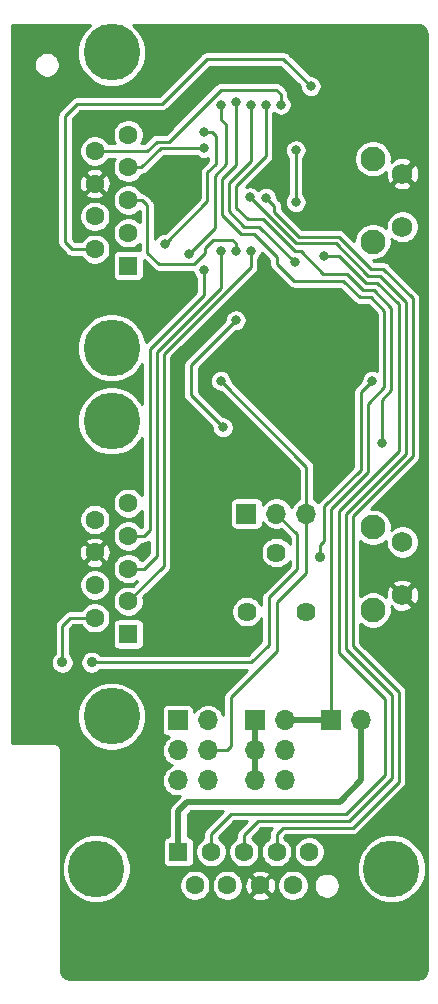
<source format=gbl>
%TF.GenerationSoftware,KiCad,Pcbnew,5.1.12-84ad8e8a86~92~ubuntu20.04.1*%
%TF.CreationDate,2021-12-12T16:01:27+01:00*%
%TF.ProjectId,C64 Joystick Switcher,43363420-4a6f-4797-9374-69636b205377,rev?*%
%TF.SameCoordinates,PX5b1e2c0PY21e9a40*%
%TF.FileFunction,Copper,L2,Bot*%
%TF.FilePolarity,Positive*%
%FSLAX46Y46*%
G04 Gerber Fmt 4.6, Leading zero omitted, Abs format (unit mm)*
G04 Created by KiCad (PCBNEW 5.1.12-84ad8e8a86~92~ubuntu20.04.1) date 2021-12-12 16:01:27*
%MOMM*%
%LPD*%
G01*
G04 APERTURE LIST*
%TA.AperFunction,ComponentPad*%
%ADD10C,1.620000*%
%TD*%
%TA.AperFunction,ComponentPad*%
%ADD11C,2.100000*%
%TD*%
%TA.AperFunction,ComponentPad*%
%ADD12C,1.750000*%
%TD*%
%TA.AperFunction,ComponentPad*%
%ADD13R,1.600000X1.600000*%
%TD*%
%TA.AperFunction,ComponentPad*%
%ADD14C,1.600000*%
%TD*%
%TA.AperFunction,ComponentPad*%
%ADD15C,4.800000*%
%TD*%
%TA.AperFunction,ComponentPad*%
%ADD16R,1.700000X1.700000*%
%TD*%
%TA.AperFunction,ComponentPad*%
%ADD17O,1.700000X1.700000*%
%TD*%
%TA.AperFunction,ViaPad*%
%ADD18C,0.900000*%
%TD*%
%TA.AperFunction,ViaPad*%
%ADD19C,0.800000*%
%TD*%
%TA.AperFunction,Conductor*%
%ADD20C,0.250000*%
%TD*%
%TA.AperFunction,Conductor*%
%ADD21C,0.500000*%
%TD*%
%TA.AperFunction,Conductor*%
%ADD22C,0.100000*%
%TD*%
G04 APERTURE END LIST*
D10*
%TO.P,RV1,1*%
%TO.N,Net-(RV1-Pad1)*%
X25496000Y-50240000D03*
%TO.P,RV1,2*%
%TO.N,Net-(R8-Pad2)*%
X22996000Y-45240000D03*
%TO.P,RV1,3*%
%TO.N,VCC*%
X20496000Y-50240000D03*
%TD*%
D11*
%TO.P,SW2,*%
%TO.N,*%
X31166000Y-11900000D03*
D12*
%TO.P,SW2,1*%
%TO.N,GND*%
X33656000Y-13150000D03*
%TO.P,SW2,2*%
%TO.N,Net-(R1-Pad1)*%
X33656000Y-17650000D03*
D11*
%TO.P,SW2,*%
%TO.N,*%
X31166000Y-18910000D03*
%TD*%
%TO.P,SW1,*%
%TO.N,*%
X31166000Y-43100000D03*
D12*
%TO.P,SW1,1*%
%TO.N,Net-(R2-Pad1)*%
X33656000Y-44350000D03*
%TO.P,SW1,2*%
%TO.N,GND*%
X33656000Y-48850000D03*
D11*
%TO.P,SW1,*%
%TO.N,*%
X31166000Y-50110000D03*
%TD*%
D13*
%TO.P,J2,1*%
%TO.N,Net-(J2-Pad1)*%
X10456000Y-20940000D03*
D14*
%TO.P,J2,2*%
%TO.N,Net-(J2-Pad2)*%
X10456000Y-18170000D03*
%TO.P,J2,3*%
%TO.N,Net-(J2-Pad3)*%
X10456000Y-15400000D03*
%TO.P,J2,4*%
%TO.N,Net-(J2-Pad4)*%
X10456000Y-12630000D03*
%TO.P,J2,5*%
%TO.N,Net-(J2-Pad5)*%
X10456000Y-9860000D03*
%TO.P,J2,6*%
%TO.N,Net-(J2-Pad6)*%
X7616000Y-19555000D03*
%TO.P,J2,7*%
%TO.N,VCC*%
X7616000Y-16785000D03*
%TO.P,J2,8*%
%TO.N,GND*%
X7616000Y-14015000D03*
%TO.P,J2,9*%
%TO.N,Net-(J2-Pad9)*%
X7616000Y-11245000D03*
D15*
%TO.P,J2,0*%
%TO.N,N/C*%
X9036000Y-2900000D03*
X9036000Y-27900000D03*
%TD*%
D13*
%TO.P,J1,1*%
%TO.N,Net-(J1-Pad1)*%
X10456000Y-52140000D03*
D14*
%TO.P,J1,2*%
%TO.N,Net-(J1-Pad2)*%
X10456000Y-49370000D03*
%TO.P,J1,3*%
%TO.N,Net-(J1-Pad3)*%
X10456000Y-46600000D03*
%TO.P,J1,4*%
%TO.N,Net-(J1-Pad4)*%
X10456000Y-43830000D03*
%TO.P,J1,5*%
%TO.N,Net-(J1-Pad5)*%
X10456000Y-41060000D03*
%TO.P,J1,6*%
%TO.N,Net-(J1-Pad6)*%
X7616000Y-50755000D03*
%TO.P,J1,7*%
%TO.N,VCC*%
X7616000Y-47985000D03*
%TO.P,J1,8*%
%TO.N,GND*%
X7616000Y-45215000D03*
%TO.P,J1,9*%
%TO.N,Net-(J1-Pad9)*%
X7616000Y-42445000D03*
D15*
%TO.P,J1,0*%
%TO.N,N/C*%
X9036000Y-34100000D03*
X9036000Y-59100000D03*
%TD*%
D13*
%TO.P,J3,1*%
%TO.N,/GP_UP*%
X14692000Y-70580000D03*
D14*
%TO.P,J3,2*%
%TO.N,DOWN*%
X17462000Y-70580000D03*
%TO.P,J3,3*%
%TO.N,LEFT*%
X20232000Y-70580000D03*
%TO.P,J3,4*%
%TO.N,RIGHT*%
X23002000Y-70580000D03*
%TO.P,J3,5*%
%TO.N,Net-(J3-Pad5)*%
X25772000Y-70580000D03*
%TO.P,J3,6*%
%TO.N,/GP_BTN_1*%
X16077000Y-73420000D03*
%TO.P,J3,7*%
%TO.N,VCC*%
X18847000Y-73420000D03*
%TO.P,J3,8*%
%TO.N,GND*%
X21617000Y-73420000D03*
%TO.P,J3,9*%
%TO.N,/GP_BTN_2*%
X24387000Y-73420000D03*
D15*
%TO.P,J3,0*%
%TO.N,N/C*%
X7732000Y-72000000D03*
X32732000Y-72000000D03*
%TD*%
D16*
%TO.P,JP1,1*%
%TO.N,UP*%
X27656000Y-59440000D03*
D17*
%TO.P,JP1,2*%
%TO.N,/GP_UP*%
X30196000Y-59440000D03*
%TD*%
D16*
%TO.P,J4,1*%
%TO.N,/GP_BTN_2*%
X21156000Y-59440000D03*
D17*
%TO.P,J4,2*%
%TO.N,UP*%
X23696000Y-59440000D03*
%TO.P,J4,3*%
%TO.N,/GP_BTN_2*%
X21156000Y-61980000D03*
%TO.P,J4,4*%
%TO.N,FIRE*%
X23696000Y-61980000D03*
%TO.P,J4,5*%
%TO.N,/GP_BTN_2*%
X21156000Y-64520000D03*
%TO.P,J4,6*%
%TO.N,Net-(J4-Pad6)*%
X23696000Y-64520000D03*
%TD*%
D16*
%TO.P,J5,1*%
%TO.N,/GP_BTN_1*%
X14656000Y-59440000D03*
D17*
%TO.P,J5,2*%
%TO.N,UP*%
X17196000Y-59440000D03*
%TO.P,J5,3*%
%TO.N,/GP_BTN_1*%
X14656000Y-61980000D03*
%TO.P,J5,4*%
%TO.N,FIRE*%
X17196000Y-61980000D03*
%TO.P,J5,5*%
%TO.N,/GP_BTN_1*%
X14656000Y-64520000D03*
%TO.P,J5,6*%
%TO.N,Net-(J4-Pad6)*%
X17196000Y-64520000D03*
%TD*%
D16*
%TO.P,JP2,1*%
%TO.N,AUTOFIRE*%
X20456000Y-41940000D03*
D17*
%TO.P,JP2,2*%
%TO.N,Net-(JP2-Pad2)*%
X22996000Y-41940000D03*
%TO.P,JP2,3*%
%TO.N,FIRE*%
X25536000Y-41940000D03*
%TD*%
D18*
%TO.N,PORT*%
X26656000Y-45640000D03*
D19*
X31091000Y-30715000D03*
X24631000Y-11165000D03*
X24631000Y-15565000D03*
D18*
%TO.N,GND*%
X25901000Y-16315000D03*
X23901000Y-23865000D03*
X13631000Y-23865000D03*
X13631000Y-12865000D03*
X13631000Y-3865000D03*
X13631000Y-48600000D03*
X28706000Y-36940000D03*
X31091000Y-25565000D03*
X28551000Y-27315000D03*
X25901000Y-7315000D03*
X14756000Y-37940000D03*
X15756000Y-37940000D03*
D19*
%TO.N,DOWN*%
X27056000Y-20140000D03*
%TO.N,LEFT*%
X20756000Y-15140000D03*
%TO.N,RIGHT*%
X22106000Y-15190000D03*
%TO.N,UP*%
X19551000Y-7115000D03*
%TO.N,FIRE*%
X18281000Y-30715000D03*
%TO.N,Net-(J1-Pad9)*%
X20821000Y-7315000D03*
X24556000Y-20640000D03*
%TO.N,Net-(J2-Pad9)*%
X23361000Y-7315000D03*
%TO.N,ALT_FIRE*%
X22091000Y-7315000D03*
X31956000Y-35940000D03*
%TO.N,Net-(J1-Pad1)*%
X18281000Y-7315000D03*
X15556000Y-19940000D03*
%TO.N,Net-(J1-Pad2)*%
X20821000Y-19715000D03*
%TO.N,Net-(J1-Pad3)*%
X18281000Y-19715000D03*
%TO.N,Net-(J1-Pad4)*%
X16856000Y-21340000D03*
D18*
%TO.N,Net-(J1-Pad6)*%
X4856000Y-54540000D03*
D19*
%TO.N,Net-(J2-Pad1)*%
X16856000Y-9640000D03*
X13556000Y-19090000D03*
%TO.N,Net-(J2-Pad3)*%
X19551000Y-19715000D03*
%TO.N,Net-(J2-Pad4)*%
X16856000Y-10990000D03*
%TO.N,Net-(J2-Pad6)*%
X25901000Y-5765000D03*
D18*
%TO.N,Net-(JP2-Pad2)*%
X7356000Y-54540000D03*
D19*
%TO.N,Net-(R8-Pad2)*%
X19551000Y-25565000D03*
X18456000Y-34640000D03*
%TD*%
D20*
%TO.N,PORT*%
X30156000Y-38240000D02*
X30156000Y-31650000D01*
X30156000Y-31650000D02*
X31091000Y-30715000D01*
X27056000Y-41340000D02*
X30156000Y-38240000D01*
X27056000Y-44240000D02*
X27056000Y-41340000D01*
X26656000Y-44640000D02*
X27056000Y-44240000D01*
X26656000Y-45640000D02*
X26656000Y-44640000D01*
X24631000Y-11165000D02*
X24631000Y-15565000D01*
%TO.N,DOWN*%
X30581000Y-22415000D02*
X28306000Y-20140000D01*
X31531000Y-22415000D02*
X30581000Y-22415000D01*
X33331000Y-24215000D02*
X31531000Y-22415000D01*
X33331000Y-36665000D02*
X33331000Y-24215000D01*
X28256000Y-53740000D02*
X28256000Y-41740000D01*
X28306000Y-20140000D02*
X27056000Y-20140000D01*
X32156000Y-57640000D02*
X28256000Y-53740000D01*
X32156000Y-64040000D02*
X32156000Y-57640000D01*
X28856000Y-67340000D02*
X32156000Y-64040000D01*
X28256000Y-41740000D02*
X33331000Y-36665000D01*
X19156000Y-67340000D02*
X28856000Y-67340000D01*
X17462000Y-69034000D02*
X19156000Y-67340000D01*
X17462000Y-70580000D02*
X17462000Y-69034000D01*
%TO.N,LEFT*%
X20232000Y-70580000D02*
X20232000Y-70279000D01*
X20232000Y-69164000D02*
X20232000Y-70580000D01*
X20756000Y-15140000D02*
X24656000Y-19040000D01*
X28006000Y-19040000D02*
X30781000Y-21815000D01*
X33931000Y-36865000D02*
X28856000Y-41940000D01*
X30781000Y-21815000D02*
X31731000Y-21815000D01*
X31731000Y-21815000D02*
X33931000Y-24015000D01*
X33931000Y-24015000D02*
X33931000Y-36865000D01*
X21456000Y-67940000D02*
X20232000Y-69164000D01*
X28856000Y-41940000D02*
X28856000Y-53440000D01*
X29156000Y-67940000D02*
X21456000Y-67940000D01*
X24656000Y-19040000D02*
X28006000Y-19040000D01*
X32756000Y-64340000D02*
X29156000Y-67940000D01*
X28856000Y-53440000D02*
X32756000Y-57340000D01*
X32756000Y-57340000D02*
X32756000Y-64340000D01*
%TO.N,RIGHT*%
X23002000Y-70580000D02*
X23002000Y-70049000D01*
X22806000Y-15890000D02*
X22106000Y-15190000D01*
X23002000Y-70580000D02*
X23002000Y-69094000D01*
X23002000Y-69094000D02*
X23556000Y-68540000D01*
X24906000Y-18490000D02*
X22806000Y-16390000D01*
X34531000Y-23715000D02*
X32031000Y-21215000D01*
X29456000Y-68540000D02*
X33356000Y-64640000D01*
X23556000Y-68540000D02*
X29456000Y-68540000D01*
X33356000Y-64640000D02*
X33356000Y-57040000D01*
X29456000Y-42140000D02*
X34531000Y-37065000D01*
X33356000Y-57040000D02*
X29456000Y-53140000D01*
X34531000Y-37065000D02*
X34531000Y-23715000D01*
X32031000Y-21215000D02*
X30981000Y-21215000D01*
X30981000Y-21215000D02*
X28256000Y-18490000D01*
X22806000Y-16390000D02*
X22806000Y-15890000D01*
X29456000Y-53140000D02*
X29456000Y-42140000D01*
X28256000Y-18490000D02*
X24906000Y-18490000D01*
D21*
%TO.N,UP*%
X23696000Y-59440000D02*
X27656000Y-59440000D01*
D20*
X27656000Y-41540000D02*
X27656000Y-59440000D01*
X30756000Y-32640000D02*
X30756000Y-38440000D01*
X32131000Y-31265000D02*
X30756000Y-32640000D01*
X19551000Y-7115000D02*
X19551000Y-12445000D01*
X18356000Y-13640000D02*
X18356000Y-16640000D01*
X28656000Y-22240000D02*
X30056000Y-23640000D01*
X30056000Y-23640000D02*
X31006000Y-23640000D01*
X23056000Y-20240000D02*
X23056000Y-20840000D01*
X30756000Y-38440000D02*
X27656000Y-41540000D01*
X19956000Y-18240000D02*
X21056000Y-18240000D01*
X21056000Y-18240000D02*
X23056000Y-20240000D01*
X31006000Y-23640000D02*
X32131000Y-24765000D01*
X19551000Y-12445000D02*
X18356000Y-13640000D01*
X23056000Y-20840000D02*
X24456000Y-22240000D01*
X24456000Y-22240000D02*
X28656000Y-22240000D01*
X18356000Y-16640000D02*
X19956000Y-18240000D01*
X32131000Y-24765000D02*
X32131000Y-31265000D01*
%TO.N,FIRE*%
X25536000Y-37970000D02*
X18281000Y-30715000D01*
X25536000Y-41940000D02*
X25536000Y-37970000D01*
X18816000Y-61980000D02*
X17196000Y-61980000D01*
X19156000Y-61640000D02*
X18816000Y-61980000D01*
X23056000Y-53540000D02*
X19156000Y-57440000D01*
X19156000Y-57440000D02*
X19156000Y-61640000D01*
X23056000Y-49440000D02*
X23056000Y-53540000D01*
X25536000Y-41940000D02*
X25536000Y-46960000D01*
X23056000Y-49440000D02*
X25536000Y-46960000D01*
%TO.N,Net-(J1-Pad9)*%
X20821000Y-12075000D02*
X20821000Y-7315000D01*
X18956000Y-13940000D02*
X20821000Y-12075000D01*
X20256000Y-17640000D02*
X18956000Y-16340000D01*
X21556000Y-17640000D02*
X20256000Y-17640000D01*
X18956000Y-16340000D02*
X18956000Y-13940000D01*
X24556000Y-20640000D02*
X21556000Y-17640000D01*
%TO.N,Net-(J2-Pad9)*%
X23361000Y-6445000D02*
X23361000Y-7315000D01*
X13906000Y-10440000D02*
X18306000Y-6040000D01*
X22956000Y-6040000D02*
X23361000Y-6445000D01*
X12856000Y-10440000D02*
X13906000Y-10440000D01*
X18306000Y-6040000D02*
X22956000Y-6040000D01*
X12051000Y-11245000D02*
X12856000Y-10440000D01*
X7616000Y-11245000D02*
X12051000Y-11245000D01*
%TO.N,ALT_FIRE*%
X19556000Y-14240000D02*
X22091000Y-11705000D01*
X20556000Y-17040000D02*
X19556000Y-16040000D01*
X28956000Y-21640000D02*
X26956000Y-21640000D01*
X19556000Y-16040000D02*
X19556000Y-14240000D01*
X30356000Y-23040000D02*
X28956000Y-21640000D01*
X31256000Y-23040000D02*
X30356000Y-23040000D01*
X32731000Y-24515000D02*
X31256000Y-23040000D01*
X32731000Y-31515000D02*
X32731000Y-24515000D01*
X31956000Y-32290000D02*
X32731000Y-31515000D01*
X22091000Y-11705000D02*
X22091000Y-7315000D01*
X31956000Y-35940000D02*
X31956000Y-32290000D01*
X24556000Y-19740000D02*
X21856000Y-17040000D01*
X21856000Y-17040000D02*
X20556000Y-17040000D01*
X25056000Y-19740000D02*
X24556000Y-19740000D01*
X26956000Y-21640000D02*
X25056000Y-19740000D01*
%TO.N,Net-(J1-Pad1)*%
X18281000Y-8565000D02*
X18281000Y-7315000D01*
X18756000Y-9040000D02*
X18281000Y-8565000D01*
X18756000Y-12340000D02*
X18756000Y-9040000D01*
X17756000Y-13340000D02*
X18756000Y-12340000D01*
X17756000Y-17740000D02*
X17756000Y-13340000D01*
X15556000Y-19940000D02*
X17756000Y-17740000D01*
%TO.N,Net-(J1-Pad2)*%
X13456000Y-46370000D02*
X10456000Y-49370000D01*
X13456000Y-28440000D02*
X13456000Y-46370000D01*
X20821000Y-21075000D02*
X20821000Y-19715000D01*
X13456000Y-28440000D02*
X20821000Y-21075000D01*
%TO.N,Net-(J1-Pad3)*%
X12856000Y-28240000D02*
X18281000Y-22815000D01*
X12856000Y-45540000D02*
X12856000Y-28240000D01*
X18281000Y-22815000D02*
X18281000Y-19715000D01*
X11796000Y-46600000D02*
X12856000Y-45540000D01*
X10456000Y-46600000D02*
X11796000Y-46600000D01*
%TO.N,Net-(J1-Pad4)*%
X12256000Y-43340000D02*
X12256000Y-28040000D01*
X11766000Y-43830000D02*
X12256000Y-43340000D01*
X10456000Y-43830000D02*
X11766000Y-43830000D01*
X16856000Y-23440000D02*
X16856000Y-21340000D01*
X12256000Y-28040000D02*
X16856000Y-23440000D01*
%TO.N,Net-(J1-Pad6)*%
X4856000Y-54540000D02*
X4856000Y-51440000D01*
X5541000Y-50755000D02*
X7616000Y-50755000D01*
X4856000Y-51440000D02*
X5541000Y-50755000D01*
%TO.N,Net-(J2-Pad1)*%
X17556000Y-9640000D02*
X16856000Y-9640000D01*
X17856000Y-9940000D02*
X17556000Y-9640000D01*
X17856000Y-12340000D02*
X17856000Y-9940000D01*
X17156000Y-13040000D02*
X17856000Y-12340000D01*
X17156000Y-15490000D02*
X17156000Y-13040000D01*
X13556000Y-19090000D02*
X17156000Y-15490000D01*
%TO.N,Net-(J2-Pad3)*%
X19551000Y-19035000D02*
X19551000Y-19715000D01*
X19256000Y-18740000D02*
X19551000Y-19035000D01*
X17656000Y-18740000D02*
X19256000Y-18740000D01*
X16956000Y-19440000D02*
X17656000Y-18740000D01*
X16956000Y-19890000D02*
X16956000Y-19440000D01*
X16006000Y-20840000D02*
X16956000Y-19890000D01*
X13056000Y-20840000D02*
X16006000Y-20840000D01*
X12056000Y-19840000D02*
X13056000Y-20840000D01*
X12056000Y-15840000D02*
X12056000Y-19840000D01*
X11616000Y-15400000D02*
X12056000Y-15840000D01*
X10456000Y-15400000D02*
X11616000Y-15400000D01*
%TO.N,Net-(J2-Pad4)*%
X11566000Y-12630000D02*
X13206000Y-10990000D01*
X10456000Y-12630000D02*
X11566000Y-12630000D01*
X16856000Y-10990000D02*
X13206000Y-10990000D01*
%TO.N,Net-(J2-Pad6)*%
X17106000Y-3440000D02*
X23576000Y-3440000D01*
X13306000Y-7240000D02*
X17106000Y-3440000D01*
X23576000Y-3440000D02*
X25901000Y-5765000D01*
X6106000Y-7240000D02*
X13306000Y-7240000D01*
X5106000Y-8240000D02*
X6106000Y-7240000D01*
X5106000Y-18990000D02*
X5106000Y-8240000D01*
X5671000Y-19555000D02*
X5106000Y-18990000D01*
X7616000Y-19555000D02*
X5671000Y-19555000D01*
D21*
%TO.N,/GP_UP*%
X14692000Y-67104000D02*
X14692000Y-70580000D01*
X15456000Y-66340000D02*
X14692000Y-67104000D01*
X15456000Y-66340000D02*
X28356000Y-66340000D01*
X30196000Y-64500000D02*
X30196000Y-59440000D01*
X28356000Y-66340000D02*
X30196000Y-64500000D01*
%TO.N,/GP_BTN_2*%
X21156000Y-64520000D02*
X21156000Y-61980000D01*
X21156000Y-59440000D02*
X21156000Y-61980000D01*
D20*
%TO.N,Net-(JP2-Pad2)*%
X22356000Y-49040000D02*
X24756000Y-46640000D01*
X22356000Y-53040000D02*
X22356000Y-49040000D01*
X20856000Y-54540000D02*
X22356000Y-53040000D01*
X7356000Y-54540000D02*
X20856000Y-54540000D01*
X24756000Y-43700000D02*
X22996000Y-41940000D01*
X24756000Y-46640000D02*
X24756000Y-43700000D01*
%TO.N,Net-(R8-Pad2)*%
X15756000Y-31940000D02*
X18456000Y-34640000D01*
X15756000Y-29360000D02*
X19551000Y-25565000D01*
X15756000Y-31940000D02*
X15756000Y-29360000D01*
%TD*%
%TO.N,GND*%
X7171421Y-628004D02*
X6764004Y-1035421D01*
X6443898Y-1514493D01*
X6223406Y-2046809D01*
X6111000Y-2611913D01*
X6111000Y-3188087D01*
X6223406Y-3753191D01*
X6443898Y-4285507D01*
X6764004Y-4764579D01*
X7171421Y-5171996D01*
X7650493Y-5492102D01*
X8182809Y-5712594D01*
X8747913Y-5825000D01*
X9324087Y-5825000D01*
X9889191Y-5712594D01*
X10421507Y-5492102D01*
X10900579Y-5171996D01*
X11307996Y-4764579D01*
X11628102Y-4285507D01*
X11848594Y-3753191D01*
X11961000Y-3188087D01*
X11961000Y-2611913D01*
X11848594Y-2046809D01*
X11628102Y-1514493D01*
X11307996Y-1035421D01*
X10900579Y-628004D01*
X10858668Y-600000D01*
X35013659Y-600000D01*
X35172577Y-615582D01*
X35297219Y-653214D01*
X35412179Y-714339D01*
X35513079Y-796630D01*
X35596068Y-896946D01*
X35657996Y-1011481D01*
X35696498Y-1135859D01*
X35713000Y-1292871D01*
X35713001Y-80615649D01*
X35697418Y-80774576D01*
X35659786Y-80899220D01*
X35598661Y-81014180D01*
X35516368Y-81115080D01*
X35416051Y-81198070D01*
X35301520Y-81259995D01*
X35177141Y-81298498D01*
X35020129Y-81315000D01*
X5450341Y-81315000D01*
X5291424Y-81299418D01*
X5166780Y-81261786D01*
X5051820Y-81200661D01*
X4950920Y-81118368D01*
X4867930Y-81018051D01*
X4806005Y-80903520D01*
X4767502Y-80779141D01*
X4751000Y-80622129D01*
X4751000Y-71711913D01*
X4807000Y-71711913D01*
X4807000Y-72288087D01*
X4919406Y-72853191D01*
X5139898Y-73385507D01*
X5460004Y-73864579D01*
X5867421Y-74271996D01*
X6346493Y-74592102D01*
X6878809Y-74812594D01*
X7443913Y-74925000D01*
X8020087Y-74925000D01*
X8585191Y-74812594D01*
X9117507Y-74592102D01*
X9596579Y-74271996D01*
X10003996Y-73864579D01*
X10324102Y-73385507D01*
X10363869Y-73289499D01*
X14752000Y-73289499D01*
X14752000Y-73550501D01*
X14802919Y-73806488D01*
X14902800Y-74047623D01*
X15047805Y-74264638D01*
X15232362Y-74449195D01*
X15449377Y-74594200D01*
X15690512Y-74694081D01*
X15946499Y-74745000D01*
X16207501Y-74745000D01*
X16463488Y-74694081D01*
X16704623Y-74594200D01*
X16921638Y-74449195D01*
X17106195Y-74264638D01*
X17251200Y-74047623D01*
X17351081Y-73806488D01*
X17402000Y-73550501D01*
X17402000Y-73289499D01*
X17522000Y-73289499D01*
X17522000Y-73550501D01*
X17572919Y-73806488D01*
X17672800Y-74047623D01*
X17817805Y-74264638D01*
X18002362Y-74449195D01*
X18219377Y-74594200D01*
X18460512Y-74694081D01*
X18716499Y-74745000D01*
X18977501Y-74745000D01*
X19233488Y-74694081D01*
X19474623Y-74594200D01*
X19691638Y-74449195D01*
X19820817Y-74320016D01*
X20823050Y-74320016D01*
X20896334Y-74539508D01*
X21128586Y-74658592D01*
X21379608Y-74730077D01*
X21639753Y-74751217D01*
X21899023Y-74721199D01*
X22147455Y-74641177D01*
X22337666Y-74539508D01*
X22410950Y-74320016D01*
X21617000Y-73526066D01*
X20823050Y-74320016D01*
X19820817Y-74320016D01*
X19876195Y-74264638D01*
X20021200Y-74047623D01*
X20121081Y-73806488D01*
X20172000Y-73550501D01*
X20172000Y-73442753D01*
X20285783Y-73442753D01*
X20315801Y-73702023D01*
X20395823Y-73950455D01*
X20497492Y-74140666D01*
X20716984Y-74213950D01*
X21510934Y-73420000D01*
X21723066Y-73420000D01*
X22517016Y-74213950D01*
X22736508Y-74140666D01*
X22855592Y-73908414D01*
X22927077Y-73657392D01*
X22948217Y-73397247D01*
X22935743Y-73289499D01*
X23062000Y-73289499D01*
X23062000Y-73550501D01*
X23112919Y-73806488D01*
X23212800Y-74047623D01*
X23357805Y-74264638D01*
X23542362Y-74449195D01*
X23759377Y-74594200D01*
X24000512Y-74694081D01*
X24256499Y-74745000D01*
X24517501Y-74745000D01*
X24773488Y-74694081D01*
X25014623Y-74594200D01*
X25231638Y-74449195D01*
X25416195Y-74264638D01*
X25561200Y-74047623D01*
X25661081Y-73806488D01*
X25712000Y-73550501D01*
X25712000Y-73331561D01*
X26155000Y-73331561D01*
X26155000Y-73548439D01*
X26197311Y-73761150D01*
X26280307Y-73961519D01*
X26400798Y-74141846D01*
X26554154Y-74295202D01*
X26734481Y-74415693D01*
X26934850Y-74498689D01*
X27147561Y-74541000D01*
X27364439Y-74541000D01*
X27577150Y-74498689D01*
X27777519Y-74415693D01*
X27957846Y-74295202D01*
X28111202Y-74141846D01*
X28231693Y-73961519D01*
X28314689Y-73761150D01*
X28357000Y-73548439D01*
X28357000Y-73331561D01*
X28314689Y-73118850D01*
X28231693Y-72918481D01*
X28111202Y-72738154D01*
X27957846Y-72584798D01*
X27777519Y-72464307D01*
X27577150Y-72381311D01*
X27364439Y-72339000D01*
X27147561Y-72339000D01*
X26934850Y-72381311D01*
X26734481Y-72464307D01*
X26554154Y-72584798D01*
X26400798Y-72738154D01*
X26280307Y-72918481D01*
X26197311Y-73118850D01*
X26155000Y-73331561D01*
X25712000Y-73331561D01*
X25712000Y-73289499D01*
X25661081Y-73033512D01*
X25561200Y-72792377D01*
X25416195Y-72575362D01*
X25231638Y-72390805D01*
X25014623Y-72245800D01*
X24773488Y-72145919D01*
X24517501Y-72095000D01*
X24256499Y-72095000D01*
X24000512Y-72145919D01*
X23759377Y-72245800D01*
X23542362Y-72390805D01*
X23357805Y-72575362D01*
X23212800Y-72792377D01*
X23112919Y-73033512D01*
X23062000Y-73289499D01*
X22935743Y-73289499D01*
X22918199Y-73137977D01*
X22838177Y-72889545D01*
X22736508Y-72699334D01*
X22517016Y-72626050D01*
X21723066Y-73420000D01*
X21510934Y-73420000D01*
X20716984Y-72626050D01*
X20497492Y-72699334D01*
X20378408Y-72931586D01*
X20306923Y-73182608D01*
X20285783Y-73442753D01*
X20172000Y-73442753D01*
X20172000Y-73289499D01*
X20121081Y-73033512D01*
X20021200Y-72792377D01*
X19876195Y-72575362D01*
X19820817Y-72519984D01*
X20823050Y-72519984D01*
X21617000Y-73313934D01*
X22410950Y-72519984D01*
X22337666Y-72300492D01*
X22105414Y-72181408D01*
X21854392Y-72109923D01*
X21594247Y-72088783D01*
X21334977Y-72118801D01*
X21086545Y-72198823D01*
X20896334Y-72300492D01*
X20823050Y-72519984D01*
X19820817Y-72519984D01*
X19691638Y-72390805D01*
X19474623Y-72245800D01*
X19233488Y-72145919D01*
X18977501Y-72095000D01*
X18716499Y-72095000D01*
X18460512Y-72145919D01*
X18219377Y-72245800D01*
X18002362Y-72390805D01*
X17817805Y-72575362D01*
X17672800Y-72792377D01*
X17572919Y-73033512D01*
X17522000Y-73289499D01*
X17402000Y-73289499D01*
X17351081Y-73033512D01*
X17251200Y-72792377D01*
X17106195Y-72575362D01*
X16921638Y-72390805D01*
X16704623Y-72245800D01*
X16463488Y-72145919D01*
X16207501Y-72095000D01*
X15946499Y-72095000D01*
X15690512Y-72145919D01*
X15449377Y-72245800D01*
X15232362Y-72390805D01*
X15047805Y-72575362D01*
X14902800Y-72792377D01*
X14802919Y-73033512D01*
X14752000Y-73289499D01*
X10363869Y-73289499D01*
X10544594Y-72853191D01*
X10657000Y-72288087D01*
X10657000Y-71711913D01*
X10544594Y-71146809D01*
X10324102Y-70614493D01*
X10003996Y-70135421D01*
X9596579Y-69728004D01*
X9117507Y-69407898D01*
X8585191Y-69187406D01*
X8020087Y-69075000D01*
X7443913Y-69075000D01*
X6878809Y-69187406D01*
X6346493Y-69407898D01*
X5867421Y-69728004D01*
X5460004Y-70135421D01*
X5139898Y-70614493D01*
X4919406Y-71146809D01*
X4807000Y-71711913D01*
X4751000Y-71711913D01*
X4751000Y-62005473D01*
X4753903Y-61976000D01*
X4742318Y-61858379D01*
X4708010Y-61745279D01*
X4652296Y-61641045D01*
X4577317Y-61549683D01*
X4485955Y-61474704D01*
X4381721Y-61418990D01*
X4268621Y-61384682D01*
X4180474Y-61376000D01*
X4151000Y-61373097D01*
X4121526Y-61376000D01*
X600000Y-61376000D01*
X600000Y-58811913D01*
X6111000Y-58811913D01*
X6111000Y-59388087D01*
X6223406Y-59953191D01*
X6443898Y-60485507D01*
X6764004Y-60964579D01*
X7171421Y-61371996D01*
X7650493Y-61692102D01*
X8182809Y-61912594D01*
X8747913Y-62025000D01*
X9324087Y-62025000D01*
X9889191Y-61912594D01*
X10421507Y-61692102D01*
X10900579Y-61371996D01*
X11307996Y-60964579D01*
X11628102Y-60485507D01*
X11848594Y-59953191D01*
X11961000Y-59388087D01*
X11961000Y-58811913D01*
X11848594Y-58246809D01*
X11628102Y-57714493D01*
X11307996Y-57235421D01*
X10900579Y-56828004D01*
X10421507Y-56507898D01*
X9889191Y-56287406D01*
X9324087Y-56175000D01*
X8747913Y-56175000D01*
X8182809Y-56287406D01*
X7650493Y-56507898D01*
X7171421Y-56828004D01*
X6764004Y-57235421D01*
X6443898Y-57714493D01*
X6223406Y-58246809D01*
X6111000Y-58811913D01*
X600000Y-58811913D01*
X600000Y-54443971D01*
X3881000Y-54443971D01*
X3881000Y-54636029D01*
X3918468Y-54824397D01*
X3991966Y-55001836D01*
X4098668Y-55161527D01*
X4234473Y-55297332D01*
X4394164Y-55404034D01*
X4571603Y-55477532D01*
X4759971Y-55515000D01*
X4952029Y-55515000D01*
X5140397Y-55477532D01*
X5317836Y-55404034D01*
X5477527Y-55297332D01*
X5613332Y-55161527D01*
X5720034Y-55001836D01*
X5793532Y-54824397D01*
X5831000Y-54636029D01*
X5831000Y-54443971D01*
X5793532Y-54255603D01*
X5720034Y-54078164D01*
X5613332Y-53918473D01*
X5506000Y-53811141D01*
X5506000Y-51709238D01*
X5810239Y-51405000D01*
X6456752Y-51405000D01*
X6586805Y-51599638D01*
X6771362Y-51784195D01*
X6988377Y-51929200D01*
X7229512Y-52029081D01*
X7485499Y-52080000D01*
X7746501Y-52080000D01*
X8002488Y-52029081D01*
X8243623Y-51929200D01*
X8460638Y-51784195D01*
X8645195Y-51599638D01*
X8790200Y-51382623D01*
X8807854Y-51340000D01*
X9128460Y-51340000D01*
X9128460Y-52940000D01*
X9138597Y-53042918D01*
X9168617Y-53141881D01*
X9217367Y-53233086D01*
X9282973Y-53313027D01*
X9362914Y-53378633D01*
X9454119Y-53427383D01*
X9553082Y-53457403D01*
X9656000Y-53467540D01*
X11256000Y-53467540D01*
X11358918Y-53457403D01*
X11457881Y-53427383D01*
X11549086Y-53378633D01*
X11629027Y-53313027D01*
X11694633Y-53233086D01*
X11743383Y-53141881D01*
X11773403Y-53042918D01*
X11783540Y-52940000D01*
X11783540Y-51340000D01*
X11773403Y-51237082D01*
X11743383Y-51138119D01*
X11694633Y-51046914D01*
X11629027Y-50966973D01*
X11549086Y-50901367D01*
X11457881Y-50852617D01*
X11358918Y-50822597D01*
X11256000Y-50812460D01*
X9656000Y-50812460D01*
X9553082Y-50822597D01*
X9454119Y-50852617D01*
X9362914Y-50901367D01*
X9282973Y-50966973D01*
X9217367Y-51046914D01*
X9168617Y-51138119D01*
X9138597Y-51237082D01*
X9128460Y-51340000D01*
X8807854Y-51340000D01*
X8890081Y-51141488D01*
X8941000Y-50885501D01*
X8941000Y-50624499D01*
X8890081Y-50368512D01*
X8790200Y-50127377D01*
X8645195Y-49910362D01*
X8460638Y-49725805D01*
X8243623Y-49580800D01*
X8002488Y-49480919D01*
X7746501Y-49430000D01*
X7485499Y-49430000D01*
X7229512Y-49480919D01*
X6988377Y-49580800D01*
X6771362Y-49725805D01*
X6586805Y-49910362D01*
X6456752Y-50105000D01*
X5572920Y-50105000D01*
X5540999Y-50101856D01*
X5509078Y-50105000D01*
X5509068Y-50105000D01*
X5413578Y-50114405D01*
X5291052Y-50151573D01*
X5178132Y-50211930D01*
X5178130Y-50211931D01*
X5178131Y-50211931D01*
X5103959Y-50272802D01*
X5103957Y-50272804D01*
X5079157Y-50293157D01*
X5058804Y-50317957D01*
X4418957Y-50957805D01*
X4394158Y-50978157D01*
X4373805Y-51002957D01*
X4373802Y-51002960D01*
X4312930Y-51077132D01*
X4252573Y-51190053D01*
X4226210Y-51276962D01*
X4215406Y-51312578D01*
X4207230Y-51395595D01*
X4202856Y-51440000D01*
X4206001Y-51471931D01*
X4206000Y-53811141D01*
X4098668Y-53918473D01*
X3991966Y-54078164D01*
X3918468Y-54255603D01*
X3881000Y-54443971D01*
X600000Y-54443971D01*
X600000Y-47854499D01*
X6291000Y-47854499D01*
X6291000Y-48115501D01*
X6341919Y-48371488D01*
X6441800Y-48612623D01*
X6586805Y-48829638D01*
X6771362Y-49014195D01*
X6988377Y-49159200D01*
X7229512Y-49259081D01*
X7485499Y-49310000D01*
X7746501Y-49310000D01*
X8002488Y-49259081D01*
X8243623Y-49159200D01*
X8460638Y-49014195D01*
X8645195Y-48829638D01*
X8790200Y-48612623D01*
X8890081Y-48371488D01*
X8941000Y-48115501D01*
X8941000Y-47854499D01*
X8890081Y-47598512D01*
X8790200Y-47357377D01*
X8645195Y-47140362D01*
X8460638Y-46955805D01*
X8243623Y-46810800D01*
X8002488Y-46710919D01*
X7746501Y-46660000D01*
X7485499Y-46660000D01*
X7229512Y-46710919D01*
X6988377Y-46810800D01*
X6771362Y-46955805D01*
X6586805Y-47140362D01*
X6441800Y-47357377D01*
X6341919Y-47598512D01*
X6291000Y-47854499D01*
X600000Y-47854499D01*
X600000Y-46115016D01*
X6822050Y-46115016D01*
X6895334Y-46334508D01*
X7127586Y-46453592D01*
X7378608Y-46525077D01*
X7638753Y-46546217D01*
X7898023Y-46516199D01*
X8146455Y-46436177D01*
X8336666Y-46334508D01*
X8409950Y-46115016D01*
X7616000Y-45321066D01*
X6822050Y-46115016D01*
X600000Y-46115016D01*
X600000Y-45237753D01*
X6284783Y-45237753D01*
X6314801Y-45497023D01*
X6394823Y-45745455D01*
X6496492Y-45935666D01*
X6715984Y-46008950D01*
X7509934Y-45215000D01*
X7722066Y-45215000D01*
X8516016Y-46008950D01*
X8735508Y-45935666D01*
X8854592Y-45703414D01*
X8926077Y-45452392D01*
X8947217Y-45192247D01*
X8917199Y-44932977D01*
X8837177Y-44684545D01*
X8735508Y-44494334D01*
X8516016Y-44421050D01*
X7722066Y-45215000D01*
X7509934Y-45215000D01*
X6715984Y-44421050D01*
X6496492Y-44494334D01*
X6377408Y-44726586D01*
X6305923Y-44977608D01*
X6284783Y-45237753D01*
X600000Y-45237753D01*
X600000Y-44314984D01*
X6822050Y-44314984D01*
X7616000Y-45108934D01*
X8409950Y-44314984D01*
X8336666Y-44095492D01*
X8104414Y-43976408D01*
X7853392Y-43904923D01*
X7593247Y-43883783D01*
X7333977Y-43913801D01*
X7085545Y-43993823D01*
X6895334Y-44095492D01*
X6822050Y-44314984D01*
X600000Y-44314984D01*
X600000Y-42314499D01*
X6291000Y-42314499D01*
X6291000Y-42575501D01*
X6341919Y-42831488D01*
X6441800Y-43072623D01*
X6586805Y-43289638D01*
X6771362Y-43474195D01*
X6988377Y-43619200D01*
X7229512Y-43719081D01*
X7485499Y-43770000D01*
X7746501Y-43770000D01*
X8002488Y-43719081D01*
X8243623Y-43619200D01*
X8460638Y-43474195D01*
X8645195Y-43289638D01*
X8790200Y-43072623D01*
X8890081Y-42831488D01*
X8941000Y-42575501D01*
X8941000Y-42314499D01*
X8890081Y-42058512D01*
X8790200Y-41817377D01*
X8645195Y-41600362D01*
X8460638Y-41415805D01*
X8243623Y-41270800D01*
X8002488Y-41170919D01*
X7746501Y-41120000D01*
X7485499Y-41120000D01*
X7229512Y-41170919D01*
X6988377Y-41270800D01*
X6771362Y-41415805D01*
X6586805Y-41600362D01*
X6441800Y-41817377D01*
X6341919Y-42058512D01*
X6291000Y-42314499D01*
X600000Y-42314499D01*
X600000Y-27611913D01*
X6111000Y-27611913D01*
X6111000Y-28188087D01*
X6223406Y-28753191D01*
X6443898Y-29285507D01*
X6764004Y-29764579D01*
X7171421Y-30171996D01*
X7650493Y-30492102D01*
X8182809Y-30712594D01*
X8747913Y-30825000D01*
X9324087Y-30825000D01*
X9889191Y-30712594D01*
X10421507Y-30492102D01*
X10900579Y-30171996D01*
X11307996Y-29764579D01*
X11606001Y-29318584D01*
X11606001Y-32681416D01*
X11307996Y-32235421D01*
X10900579Y-31828004D01*
X10421507Y-31507898D01*
X9889191Y-31287406D01*
X9324087Y-31175000D01*
X8747913Y-31175000D01*
X8182809Y-31287406D01*
X7650493Y-31507898D01*
X7171421Y-31828004D01*
X6764004Y-32235421D01*
X6443898Y-32714493D01*
X6223406Y-33246809D01*
X6111000Y-33811913D01*
X6111000Y-34388087D01*
X6223406Y-34953191D01*
X6443898Y-35485507D01*
X6764004Y-35964579D01*
X7171421Y-36371996D01*
X7650493Y-36692102D01*
X8182809Y-36912594D01*
X8747913Y-37025000D01*
X9324087Y-37025000D01*
X9889191Y-36912594D01*
X10421507Y-36692102D01*
X10900579Y-36371996D01*
X11307996Y-35964579D01*
X11606001Y-35518584D01*
X11606000Y-40396159D01*
X11485195Y-40215362D01*
X11300638Y-40030805D01*
X11083623Y-39885800D01*
X10842488Y-39785919D01*
X10586501Y-39735000D01*
X10325499Y-39735000D01*
X10069512Y-39785919D01*
X9828377Y-39885800D01*
X9611362Y-40030805D01*
X9426805Y-40215362D01*
X9281800Y-40432377D01*
X9181919Y-40673512D01*
X9131000Y-40929499D01*
X9131000Y-41190501D01*
X9181919Y-41446488D01*
X9281800Y-41687623D01*
X9426805Y-41904638D01*
X9611362Y-42089195D01*
X9828377Y-42234200D01*
X10069512Y-42334081D01*
X10325499Y-42385000D01*
X10586501Y-42385000D01*
X10842488Y-42334081D01*
X11083623Y-42234200D01*
X11300638Y-42089195D01*
X11485195Y-41904638D01*
X11606000Y-41723841D01*
X11606000Y-43070762D01*
X11567789Y-43108973D01*
X11485195Y-42985362D01*
X11300638Y-42800805D01*
X11083623Y-42655800D01*
X10842488Y-42555919D01*
X10586501Y-42505000D01*
X10325499Y-42505000D01*
X10069512Y-42555919D01*
X9828377Y-42655800D01*
X9611362Y-42800805D01*
X9426805Y-42985362D01*
X9281800Y-43202377D01*
X9181919Y-43443512D01*
X9131000Y-43699499D01*
X9131000Y-43960501D01*
X9181919Y-44216488D01*
X9281800Y-44457623D01*
X9426805Y-44674638D01*
X9611362Y-44859195D01*
X9828377Y-45004200D01*
X10069512Y-45104081D01*
X10325499Y-45155000D01*
X10586501Y-45155000D01*
X10842488Y-45104081D01*
X11083623Y-45004200D01*
X11300638Y-44859195D01*
X11485195Y-44674638D01*
X11615248Y-44480000D01*
X11734079Y-44480000D01*
X11766000Y-44483144D01*
X11797921Y-44480000D01*
X11797932Y-44480000D01*
X11893422Y-44470595D01*
X12015948Y-44433427D01*
X12128868Y-44373070D01*
X12206000Y-44309769D01*
X12206000Y-45270761D01*
X11579805Y-45896956D01*
X11485195Y-45755362D01*
X11300638Y-45570805D01*
X11083623Y-45425800D01*
X10842488Y-45325919D01*
X10586501Y-45275000D01*
X10325499Y-45275000D01*
X10069512Y-45325919D01*
X9828377Y-45425800D01*
X9611362Y-45570805D01*
X9426805Y-45755362D01*
X9281800Y-45972377D01*
X9181919Y-46213512D01*
X9131000Y-46469499D01*
X9131000Y-46730501D01*
X9181919Y-46986488D01*
X9281800Y-47227623D01*
X9426805Y-47444638D01*
X9611362Y-47629195D01*
X9828377Y-47774200D01*
X10069512Y-47874081D01*
X10325499Y-47925000D01*
X10586501Y-47925000D01*
X10842488Y-47874081D01*
X11083623Y-47774200D01*
X11231109Y-47675653D01*
X10816093Y-48090669D01*
X10586501Y-48045000D01*
X10325499Y-48045000D01*
X10069512Y-48095919D01*
X9828377Y-48195800D01*
X9611362Y-48340805D01*
X9426805Y-48525362D01*
X9281800Y-48742377D01*
X9181919Y-48983512D01*
X9131000Y-49239499D01*
X9131000Y-49500501D01*
X9181919Y-49756488D01*
X9281800Y-49997623D01*
X9426805Y-50214638D01*
X9611362Y-50399195D01*
X9828377Y-50544200D01*
X10069512Y-50644081D01*
X10325499Y-50695000D01*
X10586501Y-50695000D01*
X10842488Y-50644081D01*
X11083623Y-50544200D01*
X11300638Y-50399195D01*
X11485195Y-50214638D01*
X11630200Y-49997623D01*
X11730081Y-49756488D01*
X11781000Y-49500501D01*
X11781000Y-49239499D01*
X11735331Y-49009907D01*
X13893038Y-46852200D01*
X13917843Y-46831843D01*
X13999070Y-46732868D01*
X14059427Y-46619948D01*
X14096595Y-46497422D01*
X14106000Y-46401932D01*
X14106000Y-46401924D01*
X14109144Y-46370000D01*
X14106000Y-46338076D01*
X14106000Y-29360000D01*
X15102856Y-29360000D01*
X15106001Y-29391931D01*
X15106000Y-31908078D01*
X15102856Y-31940000D01*
X15106000Y-31971921D01*
X15106000Y-31971931D01*
X15115405Y-32067421D01*
X15148997Y-32178157D01*
X15152573Y-32189947D01*
X15212930Y-32302868D01*
X15213157Y-32303144D01*
X15294157Y-32401843D01*
X15318962Y-32422200D01*
X17531000Y-34634239D01*
X17531000Y-34731105D01*
X17566547Y-34909813D01*
X17636275Y-35078152D01*
X17737505Y-35229653D01*
X17866347Y-35358495D01*
X18017848Y-35459725D01*
X18186187Y-35529453D01*
X18364895Y-35565000D01*
X18547105Y-35565000D01*
X18725813Y-35529453D01*
X18894152Y-35459725D01*
X19045653Y-35358495D01*
X19174495Y-35229653D01*
X19275725Y-35078152D01*
X19345453Y-34909813D01*
X19381000Y-34731105D01*
X19381000Y-34548895D01*
X19345453Y-34370187D01*
X19275725Y-34201848D01*
X19174495Y-34050347D01*
X19045653Y-33921505D01*
X18894152Y-33820275D01*
X18725813Y-33750547D01*
X18547105Y-33715000D01*
X18450239Y-33715000D01*
X16406000Y-31670762D01*
X16406000Y-29629238D01*
X19545239Y-26490000D01*
X19642105Y-26490000D01*
X19820813Y-26454453D01*
X19989152Y-26384725D01*
X20140653Y-26283495D01*
X20269495Y-26154653D01*
X20370725Y-26003152D01*
X20440453Y-25834813D01*
X20476000Y-25656105D01*
X20476000Y-25473895D01*
X20440453Y-25295187D01*
X20370725Y-25126848D01*
X20269495Y-24975347D01*
X20140653Y-24846505D01*
X19989152Y-24745275D01*
X19820813Y-24675547D01*
X19642105Y-24640000D01*
X19459895Y-24640000D01*
X19281187Y-24675547D01*
X19112848Y-24745275D01*
X18961347Y-24846505D01*
X18832505Y-24975347D01*
X18731275Y-25126848D01*
X18661547Y-25295187D01*
X18626000Y-25473895D01*
X18626000Y-25570761D01*
X15318957Y-28877805D01*
X15294158Y-28898157D01*
X15273805Y-28922957D01*
X15273802Y-28922960D01*
X15212930Y-28997132D01*
X15152573Y-29110053D01*
X15115406Y-29232578D01*
X15102856Y-29360000D01*
X14106000Y-29360000D01*
X14106000Y-28709238D01*
X21258039Y-21557199D01*
X21282843Y-21536843D01*
X21341847Y-21464947D01*
X21364070Y-21437869D01*
X21424427Y-21324948D01*
X21425261Y-21322198D01*
X21461595Y-21202422D01*
X21471000Y-21106932D01*
X21471000Y-21106921D01*
X21474144Y-21075000D01*
X21471000Y-21043079D01*
X21471000Y-20373148D01*
X21539495Y-20304653D01*
X21640725Y-20153152D01*
X21710453Y-19984813D01*
X21738844Y-19842082D01*
X22406000Y-20509239D01*
X22406000Y-20808079D01*
X22402856Y-20840000D01*
X22406000Y-20871921D01*
X22406000Y-20871932D01*
X22415405Y-20967422D01*
X22452573Y-21089948D01*
X22469811Y-21122198D01*
X22512930Y-21202868D01*
X22573802Y-21277040D01*
X22573805Y-21277043D01*
X22594158Y-21301843D01*
X22618957Y-21322195D01*
X23973804Y-22677043D01*
X23994157Y-22701843D01*
X24018957Y-22722196D01*
X24018959Y-22722198D01*
X24093131Y-22783070D01*
X24193231Y-22836574D01*
X24206052Y-22843427D01*
X24328578Y-22880595D01*
X24424068Y-22890000D01*
X24424078Y-22890000D01*
X24456000Y-22893144D01*
X24487921Y-22890000D01*
X28386762Y-22890000D01*
X29573804Y-24077043D01*
X29594157Y-24101843D01*
X29618957Y-24122196D01*
X29618959Y-24122198D01*
X29693131Y-24183070D01*
X29765834Y-24221930D01*
X29806052Y-24243427D01*
X29928578Y-24280595D01*
X30024068Y-24290000D01*
X30024078Y-24290000D01*
X30056000Y-24293144D01*
X30087921Y-24290000D01*
X30736762Y-24290000D01*
X31481000Y-25034239D01*
X31481001Y-29875330D01*
X31360813Y-29825547D01*
X31182105Y-29790000D01*
X30999895Y-29790000D01*
X30821187Y-29825547D01*
X30652848Y-29895275D01*
X30501347Y-29996505D01*
X30372505Y-30125347D01*
X30271275Y-30276848D01*
X30201547Y-30445187D01*
X30166000Y-30623895D01*
X30166000Y-30720762D01*
X29718958Y-31167804D01*
X29694158Y-31188157D01*
X29673805Y-31212957D01*
X29673802Y-31212960D01*
X29612930Y-31287132D01*
X29552573Y-31400053D01*
X29515406Y-31522578D01*
X29502856Y-31650000D01*
X29506001Y-31681932D01*
X29506000Y-37970761D01*
X26618957Y-40857805D01*
X26594158Y-40878157D01*
X26573805Y-40902957D01*
X26573802Y-40902960D01*
X26515069Y-40974526D01*
X26412511Y-40871968D01*
X26187307Y-40721491D01*
X26186000Y-40720950D01*
X26186000Y-38001920D01*
X26189144Y-37969999D01*
X26186000Y-37938078D01*
X26186000Y-37938068D01*
X26176595Y-37842578D01*
X26139427Y-37720052D01*
X26079070Y-37607132D01*
X25997843Y-37508157D01*
X25973043Y-37487804D01*
X19206000Y-30720762D01*
X19206000Y-30623895D01*
X19170453Y-30445187D01*
X19100725Y-30276848D01*
X18999495Y-30125347D01*
X18870653Y-29996505D01*
X18719152Y-29895275D01*
X18550813Y-29825547D01*
X18372105Y-29790000D01*
X18189895Y-29790000D01*
X18011187Y-29825547D01*
X17842848Y-29895275D01*
X17691347Y-29996505D01*
X17562505Y-30125347D01*
X17461275Y-30276848D01*
X17391547Y-30445187D01*
X17356000Y-30623895D01*
X17356000Y-30806105D01*
X17391547Y-30984813D01*
X17461275Y-31153152D01*
X17562505Y-31304653D01*
X17691347Y-31433495D01*
X17842848Y-31534725D01*
X18011187Y-31604453D01*
X18189895Y-31640000D01*
X18286762Y-31640000D01*
X24886001Y-38239240D01*
X24886000Y-40720949D01*
X24884693Y-40721491D01*
X24659489Y-40871968D01*
X24467968Y-41063489D01*
X24317491Y-41288693D01*
X24266000Y-41413004D01*
X24214509Y-41288693D01*
X24064032Y-41063489D01*
X23872511Y-40871968D01*
X23647307Y-40721491D01*
X23397073Y-40617841D01*
X23131426Y-40565000D01*
X22860574Y-40565000D01*
X22594927Y-40617841D01*
X22344693Y-40721491D01*
X22119489Y-40871968D01*
X21927968Y-41063489D01*
X21833540Y-41204810D01*
X21833540Y-41090000D01*
X21823403Y-40987082D01*
X21793383Y-40888119D01*
X21744633Y-40796914D01*
X21679027Y-40716973D01*
X21599086Y-40651367D01*
X21507881Y-40602617D01*
X21408918Y-40572597D01*
X21306000Y-40562460D01*
X19606000Y-40562460D01*
X19503082Y-40572597D01*
X19404119Y-40602617D01*
X19312914Y-40651367D01*
X19232973Y-40716973D01*
X19167367Y-40796914D01*
X19118617Y-40888119D01*
X19088597Y-40987082D01*
X19078460Y-41090000D01*
X19078460Y-42790000D01*
X19088597Y-42892918D01*
X19118617Y-42991881D01*
X19167367Y-43083086D01*
X19232973Y-43163027D01*
X19312914Y-43228633D01*
X19404119Y-43277383D01*
X19503082Y-43307403D01*
X19606000Y-43317540D01*
X21306000Y-43317540D01*
X21408918Y-43307403D01*
X21507881Y-43277383D01*
X21599086Y-43228633D01*
X21679027Y-43163027D01*
X21744633Y-43083086D01*
X21793383Y-42991881D01*
X21823403Y-42892918D01*
X21833540Y-42790000D01*
X21833540Y-42675190D01*
X21927968Y-42816511D01*
X22119489Y-43008032D01*
X22344693Y-43158509D01*
X22594927Y-43262159D01*
X22860574Y-43315000D01*
X23131426Y-43315000D01*
X23397073Y-43262159D01*
X23398380Y-43261618D01*
X24106001Y-43969239D01*
X24106001Y-44498298D01*
X24032962Y-44388987D01*
X23847013Y-44203038D01*
X23628359Y-44056939D01*
X23385405Y-43956304D01*
X23127486Y-43905000D01*
X22864514Y-43905000D01*
X22606595Y-43956304D01*
X22363641Y-44056939D01*
X22144987Y-44203038D01*
X21959038Y-44388987D01*
X21812939Y-44607641D01*
X21712304Y-44850595D01*
X21661000Y-45108514D01*
X21661000Y-45371486D01*
X21712304Y-45629405D01*
X21812939Y-45872359D01*
X21959038Y-46091013D01*
X22144987Y-46276962D01*
X22363641Y-46423061D01*
X22606595Y-46523696D01*
X22864514Y-46575000D01*
X23127486Y-46575000D01*
X23385405Y-46523696D01*
X23628359Y-46423061D01*
X23847013Y-46276962D01*
X24032962Y-46091013D01*
X24106000Y-45981703D01*
X24106000Y-46370761D01*
X21918957Y-48557805D01*
X21894158Y-48578157D01*
X21873805Y-48602957D01*
X21873802Y-48602960D01*
X21812930Y-48677132D01*
X21752573Y-48790053D01*
X21715406Y-48912578D01*
X21702856Y-49040000D01*
X21706001Y-49071931D01*
X21706001Y-49672679D01*
X21679061Y-49607641D01*
X21532962Y-49388987D01*
X21347013Y-49203038D01*
X21128359Y-49056939D01*
X20885405Y-48956304D01*
X20627486Y-48905000D01*
X20364514Y-48905000D01*
X20106595Y-48956304D01*
X19863641Y-49056939D01*
X19644987Y-49203038D01*
X19459038Y-49388987D01*
X19312939Y-49607641D01*
X19212304Y-49850595D01*
X19161000Y-50108514D01*
X19161000Y-50371486D01*
X19212304Y-50629405D01*
X19312939Y-50872359D01*
X19459038Y-51091013D01*
X19644987Y-51276962D01*
X19863641Y-51423061D01*
X20106595Y-51523696D01*
X20364514Y-51575000D01*
X20627486Y-51575000D01*
X20885405Y-51523696D01*
X21128359Y-51423061D01*
X21347013Y-51276962D01*
X21532962Y-51091013D01*
X21679061Y-50872359D01*
X21706001Y-50807321D01*
X21706000Y-52770761D01*
X20586762Y-53890000D01*
X8084859Y-53890000D01*
X7977527Y-53782668D01*
X7817836Y-53675966D01*
X7640397Y-53602468D01*
X7452029Y-53565000D01*
X7259971Y-53565000D01*
X7071603Y-53602468D01*
X6894164Y-53675966D01*
X6734473Y-53782668D01*
X6598668Y-53918473D01*
X6491966Y-54078164D01*
X6418468Y-54255603D01*
X6381000Y-54443971D01*
X6381000Y-54636029D01*
X6418468Y-54824397D01*
X6491966Y-55001836D01*
X6598668Y-55161527D01*
X6734473Y-55297332D01*
X6894164Y-55404034D01*
X7071603Y-55477532D01*
X7259971Y-55515000D01*
X7452029Y-55515000D01*
X7640397Y-55477532D01*
X7817836Y-55404034D01*
X7977527Y-55297332D01*
X8084859Y-55190000D01*
X20486762Y-55190000D01*
X18718962Y-56957800D01*
X18694157Y-56978157D01*
X18673802Y-57002960D01*
X18612930Y-57077132D01*
X18552574Y-57190052D01*
X18552573Y-57190053D01*
X18515405Y-57312579D01*
X18506000Y-57408069D01*
X18506000Y-57408079D01*
X18502856Y-57440000D01*
X18506000Y-57471922D01*
X18506000Y-59009573D01*
X18414509Y-58788693D01*
X18264032Y-58563489D01*
X18072511Y-58371968D01*
X17847307Y-58221491D01*
X17597073Y-58117841D01*
X17331426Y-58065000D01*
X17060574Y-58065000D01*
X16794927Y-58117841D01*
X16544693Y-58221491D01*
X16319489Y-58371968D01*
X16127968Y-58563489D01*
X16033540Y-58704810D01*
X16033540Y-58590000D01*
X16023403Y-58487082D01*
X15993383Y-58388119D01*
X15944633Y-58296914D01*
X15879027Y-58216973D01*
X15799086Y-58151367D01*
X15707881Y-58102617D01*
X15608918Y-58072597D01*
X15506000Y-58062460D01*
X13806000Y-58062460D01*
X13703082Y-58072597D01*
X13604119Y-58102617D01*
X13512914Y-58151367D01*
X13432973Y-58216973D01*
X13367367Y-58296914D01*
X13318617Y-58388119D01*
X13288597Y-58487082D01*
X13278460Y-58590000D01*
X13278460Y-60290000D01*
X13288597Y-60392918D01*
X13318617Y-60491881D01*
X13367367Y-60583086D01*
X13432973Y-60663027D01*
X13512914Y-60728633D01*
X13604119Y-60777383D01*
X13703082Y-60807403D01*
X13806000Y-60817540D01*
X13920810Y-60817540D01*
X13779489Y-60911968D01*
X13587968Y-61103489D01*
X13437491Y-61328693D01*
X13333841Y-61578927D01*
X13281000Y-61844574D01*
X13281000Y-62115426D01*
X13333841Y-62381073D01*
X13437491Y-62631307D01*
X13587968Y-62856511D01*
X13779489Y-63048032D01*
X14004693Y-63198509D01*
X14129004Y-63250000D01*
X14004693Y-63301491D01*
X13779489Y-63451968D01*
X13587968Y-63643489D01*
X13437491Y-63868693D01*
X13333841Y-64118927D01*
X13281000Y-64384574D01*
X13281000Y-64655426D01*
X13333841Y-64921073D01*
X13437491Y-65171307D01*
X13587968Y-65396511D01*
X13779489Y-65588032D01*
X14004693Y-65738509D01*
X14254927Y-65842159D01*
X14520574Y-65895000D01*
X14791426Y-65895000D01*
X14808352Y-65891633D01*
X14170918Y-66529068D01*
X14141341Y-66553341D01*
X14071853Y-66638014D01*
X14044494Y-66671350D01*
X14036206Y-66686856D01*
X13972530Y-66805987D01*
X13928214Y-66952075D01*
X13917637Y-67059469D01*
X13913251Y-67104000D01*
X13917000Y-67142063D01*
X13917001Y-69252460D01*
X13892000Y-69252460D01*
X13789082Y-69262597D01*
X13690119Y-69292617D01*
X13598914Y-69341367D01*
X13518973Y-69406973D01*
X13453367Y-69486914D01*
X13404617Y-69578119D01*
X13374597Y-69677082D01*
X13364460Y-69780000D01*
X13364460Y-71380000D01*
X13374597Y-71482918D01*
X13404617Y-71581881D01*
X13453367Y-71673086D01*
X13518973Y-71753027D01*
X13598914Y-71818633D01*
X13690119Y-71867383D01*
X13789082Y-71897403D01*
X13892000Y-71907540D01*
X15492000Y-71907540D01*
X15594918Y-71897403D01*
X15693881Y-71867383D01*
X15785086Y-71818633D01*
X15865027Y-71753027D01*
X15930633Y-71673086D01*
X15979383Y-71581881D01*
X16009403Y-71482918D01*
X16019540Y-71380000D01*
X16019540Y-69780000D01*
X16009403Y-69677082D01*
X15979383Y-69578119D01*
X15930633Y-69486914D01*
X15865027Y-69406973D01*
X15785086Y-69341367D01*
X15693881Y-69292617D01*
X15594918Y-69262597D01*
X15492000Y-69252460D01*
X15467000Y-69252460D01*
X15467000Y-67425014D01*
X15777015Y-67115000D01*
X18461762Y-67115000D01*
X17024958Y-68551804D01*
X17000158Y-68572157D01*
X16979805Y-68596957D01*
X16979802Y-68596960D01*
X16918930Y-68671132D01*
X16858573Y-68784053D01*
X16822531Y-68902868D01*
X16821406Y-68906578D01*
X16815497Y-68966578D01*
X16808856Y-69034000D01*
X16812001Y-69065931D01*
X16812001Y-69420751D01*
X16617362Y-69550805D01*
X16432805Y-69735362D01*
X16287800Y-69952377D01*
X16187919Y-70193512D01*
X16137000Y-70449499D01*
X16137000Y-70710501D01*
X16187919Y-70966488D01*
X16287800Y-71207623D01*
X16432805Y-71424638D01*
X16617362Y-71609195D01*
X16834377Y-71754200D01*
X17075512Y-71854081D01*
X17331499Y-71905000D01*
X17592501Y-71905000D01*
X17848488Y-71854081D01*
X18089623Y-71754200D01*
X18306638Y-71609195D01*
X18491195Y-71424638D01*
X18636200Y-71207623D01*
X18736081Y-70966488D01*
X18787000Y-70710501D01*
X18787000Y-70449499D01*
X18736081Y-70193512D01*
X18636200Y-69952377D01*
X18491195Y-69735362D01*
X18306638Y-69550805D01*
X18112000Y-69420752D01*
X18112000Y-69303238D01*
X19425238Y-67990000D01*
X20486761Y-67990000D01*
X19794962Y-68681800D01*
X19770157Y-68702157D01*
X19749802Y-68726960D01*
X19688930Y-68801132D01*
X19634551Y-68902869D01*
X19628573Y-68914053D01*
X19591405Y-69036579D01*
X19582000Y-69132069D01*
X19582000Y-69132079D01*
X19578856Y-69164000D01*
X19582000Y-69195922D01*
X19582000Y-69420752D01*
X19387362Y-69550805D01*
X19202805Y-69735362D01*
X19057800Y-69952377D01*
X18957919Y-70193512D01*
X18907000Y-70449499D01*
X18907000Y-70710501D01*
X18957919Y-70966488D01*
X19057800Y-71207623D01*
X19202805Y-71424638D01*
X19387362Y-71609195D01*
X19604377Y-71754200D01*
X19845512Y-71854081D01*
X20101499Y-71905000D01*
X20362501Y-71905000D01*
X20618488Y-71854081D01*
X20859623Y-71754200D01*
X21076638Y-71609195D01*
X21261195Y-71424638D01*
X21406200Y-71207623D01*
X21506081Y-70966488D01*
X21557000Y-70710501D01*
X21557000Y-70449499D01*
X21506081Y-70193512D01*
X21406200Y-69952377D01*
X21261195Y-69735362D01*
X21076638Y-69550805D01*
X20889485Y-69425753D01*
X21725239Y-68590000D01*
X22586762Y-68590000D01*
X22564957Y-68611805D01*
X22540158Y-68632157D01*
X22519805Y-68656957D01*
X22519802Y-68656960D01*
X22458930Y-68731132D01*
X22398573Y-68844053D01*
X22361406Y-68966578D01*
X22348856Y-69094000D01*
X22352001Y-69125931D01*
X22352001Y-69420751D01*
X22157362Y-69550805D01*
X21972805Y-69735362D01*
X21827800Y-69952377D01*
X21727919Y-70193512D01*
X21677000Y-70449499D01*
X21677000Y-70710501D01*
X21727919Y-70966488D01*
X21827800Y-71207623D01*
X21972805Y-71424638D01*
X22157362Y-71609195D01*
X22374377Y-71754200D01*
X22615512Y-71854081D01*
X22871499Y-71905000D01*
X23132501Y-71905000D01*
X23388488Y-71854081D01*
X23629623Y-71754200D01*
X23846638Y-71609195D01*
X24031195Y-71424638D01*
X24176200Y-71207623D01*
X24276081Y-70966488D01*
X24327000Y-70710501D01*
X24327000Y-70449499D01*
X24447000Y-70449499D01*
X24447000Y-70710501D01*
X24497919Y-70966488D01*
X24597800Y-71207623D01*
X24742805Y-71424638D01*
X24927362Y-71609195D01*
X25144377Y-71754200D01*
X25385512Y-71854081D01*
X25641499Y-71905000D01*
X25902501Y-71905000D01*
X26158488Y-71854081D01*
X26399623Y-71754200D01*
X26462909Y-71711913D01*
X29807000Y-71711913D01*
X29807000Y-72288087D01*
X29919406Y-72853191D01*
X30139898Y-73385507D01*
X30460004Y-73864579D01*
X30867421Y-74271996D01*
X31346493Y-74592102D01*
X31878809Y-74812594D01*
X32443913Y-74925000D01*
X33020087Y-74925000D01*
X33585191Y-74812594D01*
X34117507Y-74592102D01*
X34596579Y-74271996D01*
X35003996Y-73864579D01*
X35324102Y-73385507D01*
X35544594Y-72853191D01*
X35657000Y-72288087D01*
X35657000Y-71711913D01*
X35544594Y-71146809D01*
X35324102Y-70614493D01*
X35003996Y-70135421D01*
X34596579Y-69728004D01*
X34117507Y-69407898D01*
X33585191Y-69187406D01*
X33020087Y-69075000D01*
X32443913Y-69075000D01*
X31878809Y-69187406D01*
X31346493Y-69407898D01*
X30867421Y-69728004D01*
X30460004Y-70135421D01*
X30139898Y-70614493D01*
X29919406Y-71146809D01*
X29807000Y-71711913D01*
X26462909Y-71711913D01*
X26616638Y-71609195D01*
X26801195Y-71424638D01*
X26946200Y-71207623D01*
X27046081Y-70966488D01*
X27097000Y-70710501D01*
X27097000Y-70449499D01*
X27046081Y-70193512D01*
X26946200Y-69952377D01*
X26801195Y-69735362D01*
X26616638Y-69550805D01*
X26399623Y-69405800D01*
X26158488Y-69305919D01*
X25902501Y-69255000D01*
X25641499Y-69255000D01*
X25385512Y-69305919D01*
X25144377Y-69405800D01*
X24927362Y-69550805D01*
X24742805Y-69735362D01*
X24597800Y-69952377D01*
X24497919Y-70193512D01*
X24447000Y-70449499D01*
X24327000Y-70449499D01*
X24276081Y-70193512D01*
X24176200Y-69952377D01*
X24031195Y-69735362D01*
X23846638Y-69550805D01*
X23652000Y-69420752D01*
X23652000Y-69363238D01*
X23825239Y-69190000D01*
X29424079Y-69190000D01*
X29456000Y-69193144D01*
X29487921Y-69190000D01*
X29487932Y-69190000D01*
X29583422Y-69180595D01*
X29705948Y-69143427D01*
X29818868Y-69083070D01*
X29917843Y-69001843D01*
X29938200Y-68977038D01*
X33793039Y-65122199D01*
X33817843Y-65101843D01*
X33884114Y-65021092D01*
X33899070Y-65002869D01*
X33959427Y-64889948D01*
X33961513Y-64883070D01*
X33996595Y-64767422D01*
X34006000Y-64671932D01*
X34006000Y-64671921D01*
X34009144Y-64640000D01*
X34006000Y-64608079D01*
X34006000Y-57071921D01*
X34009144Y-57040000D01*
X34006000Y-57008079D01*
X34006000Y-57008068D01*
X33996595Y-56912578D01*
X33959427Y-56790052D01*
X33930842Y-56736573D01*
X33899070Y-56677131D01*
X33838198Y-56602960D01*
X33817843Y-56578157D01*
X33793038Y-56557800D01*
X30106000Y-52870762D01*
X30106000Y-51277387D01*
X30161996Y-51333383D01*
X30419958Y-51505747D01*
X30706589Y-51624474D01*
X31010876Y-51685000D01*
X31321124Y-51685000D01*
X31625411Y-51624474D01*
X31912042Y-51505747D01*
X32170004Y-51333383D01*
X32389383Y-51114004D01*
X32561747Y-50856042D01*
X32680474Y-50569411D01*
X32741000Y-50265124D01*
X32741000Y-49954876D01*
X32727096Y-49884973D01*
X32808663Y-49803406D01*
X32890972Y-50030569D01*
X33135989Y-50157135D01*
X33400991Y-50233468D01*
X33675792Y-50256635D01*
X33949833Y-50225746D01*
X34212581Y-50141987D01*
X34421028Y-50030569D01*
X34503338Y-49803404D01*
X33656000Y-48956066D01*
X33641858Y-48970209D01*
X33535792Y-48864143D01*
X33549934Y-48850000D01*
X33762066Y-48850000D01*
X34609404Y-49697338D01*
X34836569Y-49615028D01*
X34963135Y-49370011D01*
X35039468Y-49105009D01*
X35062635Y-48830208D01*
X35031746Y-48556167D01*
X34947987Y-48293419D01*
X34836569Y-48084972D01*
X34609404Y-48002662D01*
X33762066Y-48850000D01*
X33549934Y-48850000D01*
X32702596Y-48002662D01*
X32475431Y-48084972D01*
X32348865Y-48329989D01*
X32272532Y-48594991D01*
X32249365Y-48869792D01*
X32261584Y-48978197D01*
X32170004Y-48886617D01*
X31912042Y-48714253D01*
X31625411Y-48595526D01*
X31321124Y-48535000D01*
X31010876Y-48535000D01*
X30706589Y-48595526D01*
X30419958Y-48714253D01*
X30161996Y-48886617D01*
X30106000Y-48942613D01*
X30106000Y-47896596D01*
X32808662Y-47896596D01*
X33656000Y-48743934D01*
X34503338Y-47896596D01*
X34421028Y-47669431D01*
X34176011Y-47542865D01*
X33911009Y-47466532D01*
X33636208Y-47443365D01*
X33362167Y-47474254D01*
X33099419Y-47558013D01*
X32890972Y-47669431D01*
X32808662Y-47896596D01*
X30106000Y-47896596D01*
X30106000Y-44267387D01*
X30161996Y-44323383D01*
X30419958Y-44495747D01*
X30706589Y-44614474D01*
X31010876Y-44675000D01*
X31321124Y-44675000D01*
X31625411Y-44614474D01*
X31912042Y-44495747D01*
X32170004Y-44323383D01*
X32256000Y-44237387D01*
X32256000Y-44487888D01*
X32309801Y-44758365D01*
X32415336Y-45013149D01*
X32568549Y-45242448D01*
X32763552Y-45437451D01*
X32992851Y-45590664D01*
X33247635Y-45696199D01*
X33518112Y-45750000D01*
X33793888Y-45750000D01*
X34064365Y-45696199D01*
X34319149Y-45590664D01*
X34548448Y-45437451D01*
X34743451Y-45242448D01*
X34896664Y-45013149D01*
X35002199Y-44758365D01*
X35056000Y-44487888D01*
X35056000Y-44212112D01*
X35002199Y-43941635D01*
X34896664Y-43686851D01*
X34743451Y-43457552D01*
X34548448Y-43262549D01*
X34319149Y-43109336D01*
X34064365Y-43003801D01*
X33793888Y-42950000D01*
X33518112Y-42950000D01*
X33247635Y-43003801D01*
X32992851Y-43109336D01*
X32763552Y-43262549D01*
X32733557Y-43292544D01*
X32741000Y-43255124D01*
X32741000Y-42944876D01*
X32680474Y-42640589D01*
X32561747Y-42353958D01*
X32389383Y-42095996D01*
X32170004Y-41876617D01*
X31912042Y-41704253D01*
X31625411Y-41585526D01*
X31321124Y-41525000D01*
X31010876Y-41525000D01*
X30985114Y-41530124D01*
X34968039Y-37547199D01*
X34992843Y-37526843D01*
X35074070Y-37427868D01*
X35134427Y-37314948D01*
X35171595Y-37192422D01*
X35181000Y-37096932D01*
X35181000Y-37096924D01*
X35184144Y-37065000D01*
X35181000Y-37033076D01*
X35181000Y-23746921D01*
X35184144Y-23715000D01*
X35181000Y-23683079D01*
X35181000Y-23683068D01*
X35171595Y-23587578D01*
X35134427Y-23465052D01*
X35121037Y-23440001D01*
X35074070Y-23352131D01*
X35013198Y-23277959D01*
X35013196Y-23277957D01*
X34992843Y-23253157D01*
X34968043Y-23232804D01*
X32513200Y-20777962D01*
X32492843Y-20753157D01*
X32393868Y-20671930D01*
X32280948Y-20611573D01*
X32158422Y-20574405D01*
X32062932Y-20565000D01*
X32062921Y-20565000D01*
X32031000Y-20561856D01*
X31999079Y-20565000D01*
X31250239Y-20565000D01*
X31170239Y-20485000D01*
X31321124Y-20485000D01*
X31625411Y-20424474D01*
X31912042Y-20305747D01*
X32170004Y-20133383D01*
X32389383Y-19914004D01*
X32561747Y-19656042D01*
X32680474Y-19369411D01*
X32741000Y-19065124D01*
X32741000Y-18754876D01*
X32731074Y-18704973D01*
X32763552Y-18737451D01*
X32992851Y-18890664D01*
X33247635Y-18996199D01*
X33518112Y-19050000D01*
X33793888Y-19050000D01*
X34064365Y-18996199D01*
X34319149Y-18890664D01*
X34548448Y-18737451D01*
X34743451Y-18542448D01*
X34896664Y-18313149D01*
X35002199Y-18058365D01*
X35056000Y-17787888D01*
X35056000Y-17512112D01*
X35002199Y-17241635D01*
X34896664Y-16986851D01*
X34743451Y-16757552D01*
X34548448Y-16562549D01*
X34319149Y-16409336D01*
X34064365Y-16303801D01*
X33793888Y-16250000D01*
X33518112Y-16250000D01*
X33247635Y-16303801D01*
X32992851Y-16409336D01*
X32763552Y-16562549D01*
X32568549Y-16757552D01*
X32415336Y-16986851D01*
X32309801Y-17241635D01*
X32256000Y-17512112D01*
X32256000Y-17772613D01*
X32170004Y-17686617D01*
X31912042Y-17514253D01*
X31625411Y-17395526D01*
X31321124Y-17335000D01*
X31010876Y-17335000D01*
X30706589Y-17395526D01*
X30419958Y-17514253D01*
X30161996Y-17686617D01*
X29942617Y-17905996D01*
X29770253Y-18163958D01*
X29651526Y-18450589D01*
X29591000Y-18754876D01*
X29591000Y-18905762D01*
X28738200Y-18052962D01*
X28717843Y-18028157D01*
X28618868Y-17946930D01*
X28505948Y-17886573D01*
X28383422Y-17849405D01*
X28287932Y-17840000D01*
X28287921Y-17840000D01*
X28256000Y-17836856D01*
X28224079Y-17840000D01*
X25175239Y-17840000D01*
X23456000Y-16120762D01*
X23456000Y-15921920D01*
X23459144Y-15889999D01*
X23456000Y-15858078D01*
X23456000Y-15858068D01*
X23446595Y-15762578D01*
X23409427Y-15640052D01*
X23349070Y-15527132D01*
X23324284Y-15496930D01*
X23288198Y-15452959D01*
X23288196Y-15452957D01*
X23267843Y-15428157D01*
X23243043Y-15407804D01*
X23031000Y-15195761D01*
X23031000Y-15098895D01*
X22995453Y-14920187D01*
X22925725Y-14751848D01*
X22824495Y-14600347D01*
X22695653Y-14471505D01*
X22544152Y-14370275D01*
X22375813Y-14300547D01*
X22197105Y-14265000D01*
X22014895Y-14265000D01*
X21836187Y-14300547D01*
X21667848Y-14370275D01*
X21516347Y-14471505D01*
X21456000Y-14531852D01*
X21345653Y-14421505D01*
X21194152Y-14320275D01*
X21025813Y-14250547D01*
X20847105Y-14215000D01*
X20664895Y-14215000D01*
X20486187Y-14250547D01*
X20449491Y-14265747D01*
X22528045Y-12187194D01*
X22552843Y-12166843D01*
X22634070Y-12067868D01*
X22694427Y-11954948D01*
X22731595Y-11832422D01*
X22741000Y-11736932D01*
X22741000Y-11736922D01*
X22744144Y-11705001D01*
X22741000Y-11673080D01*
X22741000Y-11073895D01*
X23706000Y-11073895D01*
X23706000Y-11256105D01*
X23741547Y-11434813D01*
X23811275Y-11603152D01*
X23912505Y-11754653D01*
X23981000Y-11823148D01*
X23981001Y-14906851D01*
X23912505Y-14975347D01*
X23811275Y-15126848D01*
X23741547Y-15295187D01*
X23706000Y-15473895D01*
X23706000Y-15656105D01*
X23741547Y-15834813D01*
X23811275Y-16003152D01*
X23912505Y-16154653D01*
X24041347Y-16283495D01*
X24192848Y-16384725D01*
X24361187Y-16454453D01*
X24539895Y-16490000D01*
X24722105Y-16490000D01*
X24900813Y-16454453D01*
X25069152Y-16384725D01*
X25220653Y-16283495D01*
X25349495Y-16154653D01*
X25450725Y-16003152D01*
X25520453Y-15834813D01*
X25556000Y-15656105D01*
X25556000Y-15473895D01*
X25520453Y-15295187D01*
X25450725Y-15126848D01*
X25349495Y-14975347D01*
X25281000Y-14906852D01*
X25281000Y-14103404D01*
X32808662Y-14103404D01*
X32890972Y-14330569D01*
X33135989Y-14457135D01*
X33400991Y-14533468D01*
X33675792Y-14556635D01*
X33949833Y-14525746D01*
X34212581Y-14441987D01*
X34421028Y-14330569D01*
X34503338Y-14103404D01*
X33656000Y-13256066D01*
X32808662Y-14103404D01*
X25281000Y-14103404D01*
X25281000Y-11823148D01*
X25349495Y-11754653D01*
X25356027Y-11744876D01*
X29591000Y-11744876D01*
X29591000Y-12055124D01*
X29651526Y-12359411D01*
X29770253Y-12646042D01*
X29942617Y-12904004D01*
X30161996Y-13123383D01*
X30419958Y-13295747D01*
X30706589Y-13414474D01*
X31010876Y-13475000D01*
X31321124Y-13475000D01*
X31625411Y-13414474D01*
X31912042Y-13295747D01*
X32170004Y-13123383D01*
X32260944Y-13032443D01*
X32249365Y-13169792D01*
X32280254Y-13443833D01*
X32364013Y-13706581D01*
X32475431Y-13915028D01*
X32702596Y-13997338D01*
X33549934Y-13150000D01*
X33762066Y-13150000D01*
X34609404Y-13997338D01*
X34836569Y-13915028D01*
X34963135Y-13670011D01*
X35039468Y-13405009D01*
X35062635Y-13130208D01*
X35031746Y-12856167D01*
X34947987Y-12593419D01*
X34836569Y-12384972D01*
X34609404Y-12302662D01*
X33762066Y-13150000D01*
X33549934Y-13150000D01*
X33535792Y-13135858D01*
X33641858Y-13029792D01*
X33656000Y-13043934D01*
X34503338Y-12196596D01*
X34421028Y-11969431D01*
X34176011Y-11842865D01*
X33911009Y-11766532D01*
X33636208Y-11743365D01*
X33362167Y-11774254D01*
X33099419Y-11858013D01*
X32890972Y-11969431D01*
X32808663Y-12196594D01*
X32728755Y-12116686D01*
X32741000Y-12055124D01*
X32741000Y-11744876D01*
X32680474Y-11440589D01*
X32561747Y-11153958D01*
X32389383Y-10895996D01*
X32170004Y-10676617D01*
X31912042Y-10504253D01*
X31625411Y-10385526D01*
X31321124Y-10325000D01*
X31010876Y-10325000D01*
X30706589Y-10385526D01*
X30419958Y-10504253D01*
X30161996Y-10676617D01*
X29942617Y-10895996D01*
X29770253Y-11153958D01*
X29651526Y-11440589D01*
X29591000Y-11744876D01*
X25356027Y-11744876D01*
X25450725Y-11603152D01*
X25520453Y-11434813D01*
X25556000Y-11256105D01*
X25556000Y-11073895D01*
X25520453Y-10895187D01*
X25450725Y-10726848D01*
X25349495Y-10575347D01*
X25220653Y-10446505D01*
X25069152Y-10345275D01*
X24900813Y-10275547D01*
X24722105Y-10240000D01*
X24539895Y-10240000D01*
X24361187Y-10275547D01*
X24192848Y-10345275D01*
X24041347Y-10446505D01*
X23912505Y-10575347D01*
X23811275Y-10726848D01*
X23741547Y-10895187D01*
X23706000Y-11073895D01*
X22741000Y-11073895D01*
X22741000Y-8003148D01*
X22771347Y-8033495D01*
X22922848Y-8134725D01*
X23091187Y-8204453D01*
X23269895Y-8240000D01*
X23452105Y-8240000D01*
X23630813Y-8204453D01*
X23799152Y-8134725D01*
X23950653Y-8033495D01*
X24079495Y-7904653D01*
X24180725Y-7753152D01*
X24250453Y-7584813D01*
X24286000Y-7406105D01*
X24286000Y-7223895D01*
X24250453Y-7045187D01*
X24180725Y-6876848D01*
X24079495Y-6725347D01*
X24011000Y-6656852D01*
X24011000Y-6476920D01*
X24014144Y-6444999D01*
X24011000Y-6413078D01*
X24011000Y-6413068D01*
X24001595Y-6317578D01*
X23964427Y-6195052D01*
X23904070Y-6082132D01*
X23822843Y-5983157D01*
X23798039Y-5962801D01*
X23438200Y-5602962D01*
X23417843Y-5578157D01*
X23318868Y-5496930D01*
X23205948Y-5436573D01*
X23083422Y-5399405D01*
X22987932Y-5390000D01*
X22987921Y-5390000D01*
X22956000Y-5386856D01*
X22924079Y-5390000D01*
X18337924Y-5390000D01*
X18306000Y-5386856D01*
X18274076Y-5390000D01*
X18274068Y-5390000D01*
X18178578Y-5399405D01*
X18056052Y-5436573D01*
X17943132Y-5496930D01*
X17844157Y-5578157D01*
X17823800Y-5602962D01*
X13636762Y-9790000D01*
X12887921Y-9790000D01*
X12856000Y-9786856D01*
X12824079Y-9790000D01*
X12824068Y-9790000D01*
X12728578Y-9799405D01*
X12606052Y-9836573D01*
X12493131Y-9896930D01*
X12418959Y-9957802D01*
X12418957Y-9957804D01*
X12394157Y-9978157D01*
X12373804Y-10002957D01*
X11781762Y-10595000D01*
X11558453Y-10595000D01*
X11630200Y-10487623D01*
X11730081Y-10246488D01*
X11781000Y-9990501D01*
X11781000Y-9729499D01*
X11730081Y-9473512D01*
X11630200Y-9232377D01*
X11485195Y-9015362D01*
X11300638Y-8830805D01*
X11083623Y-8685800D01*
X10842488Y-8585919D01*
X10586501Y-8535000D01*
X10325499Y-8535000D01*
X10069512Y-8585919D01*
X9828377Y-8685800D01*
X9611362Y-8830805D01*
X9426805Y-9015362D01*
X9281800Y-9232377D01*
X9181919Y-9473512D01*
X9131000Y-9729499D01*
X9131000Y-9990501D01*
X9181919Y-10246488D01*
X9281800Y-10487623D01*
X9353547Y-10595000D01*
X8775248Y-10595000D01*
X8645195Y-10400362D01*
X8460638Y-10215805D01*
X8243623Y-10070800D01*
X8002488Y-9970919D01*
X7746501Y-9920000D01*
X7485499Y-9920000D01*
X7229512Y-9970919D01*
X6988377Y-10070800D01*
X6771362Y-10215805D01*
X6586805Y-10400362D01*
X6441800Y-10617377D01*
X6341919Y-10858512D01*
X6291000Y-11114499D01*
X6291000Y-11375501D01*
X6341919Y-11631488D01*
X6441800Y-11872623D01*
X6586805Y-12089638D01*
X6771362Y-12274195D01*
X6988377Y-12419200D01*
X7229512Y-12519081D01*
X7485499Y-12570000D01*
X7746501Y-12570000D01*
X8002488Y-12519081D01*
X8243623Y-12419200D01*
X8460638Y-12274195D01*
X8645195Y-12089638D01*
X8775248Y-11895000D01*
X9353547Y-11895000D01*
X9281800Y-12002377D01*
X9181919Y-12243512D01*
X9131000Y-12499499D01*
X9131000Y-12760501D01*
X9181919Y-13016488D01*
X9281800Y-13257623D01*
X9426805Y-13474638D01*
X9611362Y-13659195D01*
X9828377Y-13804200D01*
X10069512Y-13904081D01*
X10325499Y-13955000D01*
X10586501Y-13955000D01*
X10842488Y-13904081D01*
X11083623Y-13804200D01*
X11300638Y-13659195D01*
X11485195Y-13474638D01*
X11616468Y-13278174D01*
X11693422Y-13270595D01*
X11815948Y-13233427D01*
X11928868Y-13173070D01*
X12027843Y-13091843D01*
X12048200Y-13067038D01*
X13475239Y-11640000D01*
X16197852Y-11640000D01*
X16266347Y-11708495D01*
X16417848Y-11809725D01*
X16586187Y-11879453D01*
X16764895Y-11915000D01*
X16947105Y-11915000D01*
X17125813Y-11879453D01*
X17206000Y-11846239D01*
X17206000Y-12070761D01*
X16718957Y-12557805D01*
X16694158Y-12578157D01*
X16673805Y-12602957D01*
X16673802Y-12602960D01*
X16612930Y-12677132D01*
X16552573Y-12790053D01*
X16515406Y-12912578D01*
X16502856Y-13040000D01*
X16506001Y-13071931D01*
X16506000Y-15220762D01*
X13561762Y-18165000D01*
X13464895Y-18165000D01*
X13286187Y-18200547D01*
X13117848Y-18270275D01*
X12966347Y-18371505D01*
X12837505Y-18500347D01*
X12736275Y-18651848D01*
X12706000Y-18724939D01*
X12706000Y-15871921D01*
X12709144Y-15840000D01*
X12706000Y-15808078D01*
X12706000Y-15808068D01*
X12696595Y-15712578D01*
X12659427Y-15590052D01*
X12639552Y-15552868D01*
X12599070Y-15477131D01*
X12538198Y-15402959D01*
X12538196Y-15402957D01*
X12517843Y-15378157D01*
X12493044Y-15357805D01*
X12098200Y-14962962D01*
X12077843Y-14938157D01*
X11978868Y-14856930D01*
X11865948Y-14796573D01*
X11743422Y-14759405D01*
X11647932Y-14750000D01*
X11647921Y-14750000D01*
X11616000Y-14746856D01*
X11613324Y-14747120D01*
X11485195Y-14555362D01*
X11300638Y-14370805D01*
X11083623Y-14225800D01*
X10842488Y-14125919D01*
X10586501Y-14075000D01*
X10325499Y-14075000D01*
X10069512Y-14125919D01*
X9828377Y-14225800D01*
X9611362Y-14370805D01*
X9426805Y-14555362D01*
X9281800Y-14772377D01*
X9181919Y-15013512D01*
X9131000Y-15269499D01*
X9131000Y-15530501D01*
X9181919Y-15786488D01*
X9281800Y-16027623D01*
X9426805Y-16244638D01*
X9611362Y-16429195D01*
X9828377Y-16574200D01*
X10069512Y-16674081D01*
X10325499Y-16725000D01*
X10586501Y-16725000D01*
X10842488Y-16674081D01*
X11083623Y-16574200D01*
X11300638Y-16429195D01*
X11406000Y-16323833D01*
X11406000Y-17246167D01*
X11300638Y-17140805D01*
X11083623Y-16995800D01*
X10842488Y-16895919D01*
X10586501Y-16845000D01*
X10325499Y-16845000D01*
X10069512Y-16895919D01*
X9828377Y-16995800D01*
X9611362Y-17140805D01*
X9426805Y-17325362D01*
X9281800Y-17542377D01*
X9181919Y-17783512D01*
X9131000Y-18039499D01*
X9131000Y-18300501D01*
X9181919Y-18556488D01*
X9281800Y-18797623D01*
X9426805Y-19014638D01*
X9611362Y-19199195D01*
X9828377Y-19344200D01*
X10069512Y-19444081D01*
X10325499Y-19495000D01*
X10586501Y-19495000D01*
X10842488Y-19444081D01*
X11083623Y-19344200D01*
X11300638Y-19199195D01*
X11406001Y-19093832D01*
X11406001Y-19636879D01*
X11358918Y-19622597D01*
X11256000Y-19612460D01*
X9656000Y-19612460D01*
X9553082Y-19622597D01*
X9454119Y-19652617D01*
X9362914Y-19701367D01*
X9282973Y-19766973D01*
X9217367Y-19846914D01*
X9168617Y-19938119D01*
X9138597Y-20037082D01*
X9128460Y-20140000D01*
X9128460Y-21740000D01*
X9138597Y-21842918D01*
X9168617Y-21941881D01*
X9217367Y-22033086D01*
X9282973Y-22113027D01*
X9362914Y-22178633D01*
X9454119Y-22227383D01*
X9553082Y-22257403D01*
X9656000Y-22267540D01*
X11256000Y-22267540D01*
X11358918Y-22257403D01*
X11457881Y-22227383D01*
X11549086Y-22178633D01*
X11629027Y-22113027D01*
X11694633Y-22033086D01*
X11743383Y-21941881D01*
X11773403Y-21842918D01*
X11783540Y-21740000D01*
X11783540Y-20486778D01*
X12573804Y-21277043D01*
X12594157Y-21301843D01*
X12618957Y-21322196D01*
X12618960Y-21322199D01*
X12643602Y-21342422D01*
X12693132Y-21383070D01*
X12806052Y-21443427D01*
X12928578Y-21480595D01*
X13024068Y-21490000D01*
X13024076Y-21490000D01*
X13056000Y-21493144D01*
X13087924Y-21490000D01*
X15942715Y-21490000D01*
X15966547Y-21609813D01*
X16036275Y-21778152D01*
X16137505Y-21929653D01*
X16206001Y-21998149D01*
X16206000Y-23170761D01*
X11928456Y-27448305D01*
X11848594Y-27046809D01*
X11628102Y-26514493D01*
X11307996Y-26035421D01*
X10900579Y-25628004D01*
X10421507Y-25307898D01*
X9889191Y-25087406D01*
X9324087Y-24975000D01*
X8747913Y-24975000D01*
X8182809Y-25087406D01*
X7650493Y-25307898D01*
X7171421Y-25628004D01*
X6764004Y-26035421D01*
X6443898Y-26514493D01*
X6223406Y-27046809D01*
X6111000Y-27611913D01*
X600000Y-27611913D01*
X600000Y-8240000D01*
X4452856Y-8240000D01*
X4456001Y-8271932D01*
X4456000Y-18958078D01*
X4452856Y-18990000D01*
X4456000Y-19021921D01*
X4456000Y-19021931D01*
X4465405Y-19117421D01*
X4495740Y-19217422D01*
X4502573Y-19239947D01*
X4562930Y-19352868D01*
X4608014Y-19407802D01*
X4644157Y-19451843D01*
X4668962Y-19472200D01*
X5188800Y-19992038D01*
X5209157Y-20016843D01*
X5308132Y-20098070D01*
X5421052Y-20158427D01*
X5543578Y-20195595D01*
X5639068Y-20205000D01*
X5639076Y-20205000D01*
X5671000Y-20208144D01*
X5702924Y-20205000D01*
X6456752Y-20205000D01*
X6586805Y-20399638D01*
X6771362Y-20584195D01*
X6988377Y-20729200D01*
X7229512Y-20829081D01*
X7485499Y-20880000D01*
X7746501Y-20880000D01*
X8002488Y-20829081D01*
X8243623Y-20729200D01*
X8460638Y-20584195D01*
X8645195Y-20399638D01*
X8790200Y-20182623D01*
X8890081Y-19941488D01*
X8941000Y-19685501D01*
X8941000Y-19424499D01*
X8890081Y-19168512D01*
X8790200Y-18927377D01*
X8645195Y-18710362D01*
X8460638Y-18525805D01*
X8243623Y-18380800D01*
X8002488Y-18280919D01*
X7746501Y-18230000D01*
X7485499Y-18230000D01*
X7229512Y-18280919D01*
X6988377Y-18380800D01*
X6771362Y-18525805D01*
X6586805Y-18710362D01*
X6456752Y-18905000D01*
X5940238Y-18905000D01*
X5756000Y-18720762D01*
X5756000Y-16654499D01*
X6291000Y-16654499D01*
X6291000Y-16915501D01*
X6341919Y-17171488D01*
X6441800Y-17412623D01*
X6586805Y-17629638D01*
X6771362Y-17814195D01*
X6988377Y-17959200D01*
X7229512Y-18059081D01*
X7485499Y-18110000D01*
X7746501Y-18110000D01*
X8002488Y-18059081D01*
X8243623Y-17959200D01*
X8460638Y-17814195D01*
X8645195Y-17629638D01*
X8790200Y-17412623D01*
X8890081Y-17171488D01*
X8941000Y-16915501D01*
X8941000Y-16654499D01*
X8890081Y-16398512D01*
X8790200Y-16157377D01*
X8645195Y-15940362D01*
X8460638Y-15755805D01*
X8243623Y-15610800D01*
X8002488Y-15510919D01*
X7746501Y-15460000D01*
X7485499Y-15460000D01*
X7229512Y-15510919D01*
X6988377Y-15610800D01*
X6771362Y-15755805D01*
X6586805Y-15940362D01*
X6441800Y-16157377D01*
X6341919Y-16398512D01*
X6291000Y-16654499D01*
X5756000Y-16654499D01*
X5756000Y-14915016D01*
X6822050Y-14915016D01*
X6895334Y-15134508D01*
X7127586Y-15253592D01*
X7378608Y-15325077D01*
X7638753Y-15346217D01*
X7898023Y-15316199D01*
X8146455Y-15236177D01*
X8336666Y-15134508D01*
X8409950Y-14915016D01*
X7616000Y-14121066D01*
X6822050Y-14915016D01*
X5756000Y-14915016D01*
X5756000Y-14037753D01*
X6284783Y-14037753D01*
X6314801Y-14297023D01*
X6394823Y-14545455D01*
X6496492Y-14735666D01*
X6715984Y-14808950D01*
X7509934Y-14015000D01*
X7722066Y-14015000D01*
X8516016Y-14808950D01*
X8735508Y-14735666D01*
X8854592Y-14503414D01*
X8926077Y-14252392D01*
X8947217Y-13992247D01*
X8917199Y-13732977D01*
X8837177Y-13484545D01*
X8735508Y-13294334D01*
X8516016Y-13221050D01*
X7722066Y-14015000D01*
X7509934Y-14015000D01*
X6715984Y-13221050D01*
X6496492Y-13294334D01*
X6377408Y-13526586D01*
X6305923Y-13777608D01*
X6284783Y-14037753D01*
X5756000Y-14037753D01*
X5756000Y-13114984D01*
X6822050Y-13114984D01*
X7616000Y-13908934D01*
X8409950Y-13114984D01*
X8336666Y-12895492D01*
X8104414Y-12776408D01*
X7853392Y-12704923D01*
X7593247Y-12683783D01*
X7333977Y-12713801D01*
X7085545Y-12793823D01*
X6895334Y-12895492D01*
X6822050Y-13114984D01*
X5756000Y-13114984D01*
X5756000Y-8509238D01*
X6375239Y-7890000D01*
X13274079Y-7890000D01*
X13306000Y-7893144D01*
X13337921Y-7890000D01*
X13337932Y-7890000D01*
X13433422Y-7880595D01*
X13555948Y-7843427D01*
X13668868Y-7783070D01*
X13767843Y-7701843D01*
X13788200Y-7677038D01*
X17375239Y-4090000D01*
X23306762Y-4090000D01*
X24976000Y-5759239D01*
X24976000Y-5856105D01*
X25011547Y-6034813D01*
X25081275Y-6203152D01*
X25182505Y-6354653D01*
X25311347Y-6483495D01*
X25462848Y-6584725D01*
X25631187Y-6654453D01*
X25809895Y-6690000D01*
X25992105Y-6690000D01*
X26170813Y-6654453D01*
X26339152Y-6584725D01*
X26490653Y-6483495D01*
X26619495Y-6354653D01*
X26720725Y-6203152D01*
X26790453Y-6034813D01*
X26826000Y-5856105D01*
X26826000Y-5673895D01*
X26790453Y-5495187D01*
X26720725Y-5326848D01*
X26619495Y-5175347D01*
X26490653Y-5046505D01*
X26339152Y-4945275D01*
X26170813Y-4875547D01*
X25992105Y-4840000D01*
X25895239Y-4840000D01*
X24058200Y-3002962D01*
X24037843Y-2978157D01*
X23938868Y-2896930D01*
X23825948Y-2836573D01*
X23703422Y-2799405D01*
X23607932Y-2790000D01*
X23607921Y-2790000D01*
X23576000Y-2786856D01*
X23544079Y-2790000D01*
X17137924Y-2790000D01*
X17106000Y-2786856D01*
X17074076Y-2790000D01*
X17074068Y-2790000D01*
X16978578Y-2799405D01*
X16856052Y-2836573D01*
X16743132Y-2896930D01*
X16668960Y-2957801D01*
X16668957Y-2957804D01*
X16644157Y-2978157D01*
X16623804Y-3002957D01*
X13036762Y-6590000D01*
X6137924Y-6590000D01*
X6106000Y-6586856D01*
X6074076Y-6590000D01*
X6074068Y-6590000D01*
X5978578Y-6599405D01*
X5856052Y-6636573D01*
X5743132Y-6696930D01*
X5668960Y-6757801D01*
X5668957Y-6757804D01*
X5644157Y-6778157D01*
X5623804Y-6802957D01*
X4668957Y-7757805D01*
X4644158Y-7778157D01*
X4623805Y-7802957D01*
X4623802Y-7802960D01*
X4562930Y-7877132D01*
X4502573Y-7990053D01*
X4465406Y-8112578D01*
X4452856Y-8240000D01*
X600000Y-8240000D01*
X600000Y-3831561D01*
X2455000Y-3831561D01*
X2455000Y-4048439D01*
X2497311Y-4261150D01*
X2580307Y-4461519D01*
X2700798Y-4641846D01*
X2854154Y-4795202D01*
X3034481Y-4915693D01*
X3234850Y-4998689D01*
X3447561Y-5041000D01*
X3664439Y-5041000D01*
X3877150Y-4998689D01*
X4077519Y-4915693D01*
X4257846Y-4795202D01*
X4411202Y-4641846D01*
X4531693Y-4461519D01*
X4614689Y-4261150D01*
X4657000Y-4048439D01*
X4657000Y-3831561D01*
X4614689Y-3618850D01*
X4531693Y-3418481D01*
X4411202Y-3238154D01*
X4257846Y-3084798D01*
X4077519Y-2964307D01*
X3877150Y-2881311D01*
X3664439Y-2839000D01*
X3447561Y-2839000D01*
X3234850Y-2881311D01*
X3034481Y-2964307D01*
X2854154Y-3084798D01*
X2700798Y-3238154D01*
X2580307Y-3418481D01*
X2497311Y-3618850D01*
X2455000Y-3831561D01*
X600000Y-3831561D01*
X600000Y-600000D01*
X7213332Y-600000D01*
X7171421Y-628004D01*
%TA.AperFunction,Conductor*%
D22*
G36*
X7171421Y-628004D02*
G01*
X6764004Y-1035421D01*
X6443898Y-1514493D01*
X6223406Y-2046809D01*
X6111000Y-2611913D01*
X6111000Y-3188087D01*
X6223406Y-3753191D01*
X6443898Y-4285507D01*
X6764004Y-4764579D01*
X7171421Y-5171996D01*
X7650493Y-5492102D01*
X8182809Y-5712594D01*
X8747913Y-5825000D01*
X9324087Y-5825000D01*
X9889191Y-5712594D01*
X10421507Y-5492102D01*
X10900579Y-5171996D01*
X11307996Y-4764579D01*
X11628102Y-4285507D01*
X11848594Y-3753191D01*
X11961000Y-3188087D01*
X11961000Y-2611913D01*
X11848594Y-2046809D01*
X11628102Y-1514493D01*
X11307996Y-1035421D01*
X10900579Y-628004D01*
X10858668Y-600000D01*
X35013659Y-600000D01*
X35172577Y-615582D01*
X35297219Y-653214D01*
X35412179Y-714339D01*
X35513079Y-796630D01*
X35596068Y-896946D01*
X35657996Y-1011481D01*
X35696498Y-1135859D01*
X35713000Y-1292871D01*
X35713001Y-80615649D01*
X35697418Y-80774576D01*
X35659786Y-80899220D01*
X35598661Y-81014180D01*
X35516368Y-81115080D01*
X35416051Y-81198070D01*
X35301520Y-81259995D01*
X35177141Y-81298498D01*
X35020129Y-81315000D01*
X5450341Y-81315000D01*
X5291424Y-81299418D01*
X5166780Y-81261786D01*
X5051820Y-81200661D01*
X4950920Y-81118368D01*
X4867930Y-81018051D01*
X4806005Y-80903520D01*
X4767502Y-80779141D01*
X4751000Y-80622129D01*
X4751000Y-71711913D01*
X4807000Y-71711913D01*
X4807000Y-72288087D01*
X4919406Y-72853191D01*
X5139898Y-73385507D01*
X5460004Y-73864579D01*
X5867421Y-74271996D01*
X6346493Y-74592102D01*
X6878809Y-74812594D01*
X7443913Y-74925000D01*
X8020087Y-74925000D01*
X8585191Y-74812594D01*
X9117507Y-74592102D01*
X9596579Y-74271996D01*
X10003996Y-73864579D01*
X10324102Y-73385507D01*
X10363869Y-73289499D01*
X14752000Y-73289499D01*
X14752000Y-73550501D01*
X14802919Y-73806488D01*
X14902800Y-74047623D01*
X15047805Y-74264638D01*
X15232362Y-74449195D01*
X15449377Y-74594200D01*
X15690512Y-74694081D01*
X15946499Y-74745000D01*
X16207501Y-74745000D01*
X16463488Y-74694081D01*
X16704623Y-74594200D01*
X16921638Y-74449195D01*
X17106195Y-74264638D01*
X17251200Y-74047623D01*
X17351081Y-73806488D01*
X17402000Y-73550501D01*
X17402000Y-73289499D01*
X17522000Y-73289499D01*
X17522000Y-73550501D01*
X17572919Y-73806488D01*
X17672800Y-74047623D01*
X17817805Y-74264638D01*
X18002362Y-74449195D01*
X18219377Y-74594200D01*
X18460512Y-74694081D01*
X18716499Y-74745000D01*
X18977501Y-74745000D01*
X19233488Y-74694081D01*
X19474623Y-74594200D01*
X19691638Y-74449195D01*
X19820817Y-74320016D01*
X20823050Y-74320016D01*
X20896334Y-74539508D01*
X21128586Y-74658592D01*
X21379608Y-74730077D01*
X21639753Y-74751217D01*
X21899023Y-74721199D01*
X22147455Y-74641177D01*
X22337666Y-74539508D01*
X22410950Y-74320016D01*
X21617000Y-73526066D01*
X20823050Y-74320016D01*
X19820817Y-74320016D01*
X19876195Y-74264638D01*
X20021200Y-74047623D01*
X20121081Y-73806488D01*
X20172000Y-73550501D01*
X20172000Y-73442753D01*
X20285783Y-73442753D01*
X20315801Y-73702023D01*
X20395823Y-73950455D01*
X20497492Y-74140666D01*
X20716984Y-74213950D01*
X21510934Y-73420000D01*
X21723066Y-73420000D01*
X22517016Y-74213950D01*
X22736508Y-74140666D01*
X22855592Y-73908414D01*
X22927077Y-73657392D01*
X22948217Y-73397247D01*
X22935743Y-73289499D01*
X23062000Y-73289499D01*
X23062000Y-73550501D01*
X23112919Y-73806488D01*
X23212800Y-74047623D01*
X23357805Y-74264638D01*
X23542362Y-74449195D01*
X23759377Y-74594200D01*
X24000512Y-74694081D01*
X24256499Y-74745000D01*
X24517501Y-74745000D01*
X24773488Y-74694081D01*
X25014623Y-74594200D01*
X25231638Y-74449195D01*
X25416195Y-74264638D01*
X25561200Y-74047623D01*
X25661081Y-73806488D01*
X25712000Y-73550501D01*
X25712000Y-73331561D01*
X26155000Y-73331561D01*
X26155000Y-73548439D01*
X26197311Y-73761150D01*
X26280307Y-73961519D01*
X26400798Y-74141846D01*
X26554154Y-74295202D01*
X26734481Y-74415693D01*
X26934850Y-74498689D01*
X27147561Y-74541000D01*
X27364439Y-74541000D01*
X27577150Y-74498689D01*
X27777519Y-74415693D01*
X27957846Y-74295202D01*
X28111202Y-74141846D01*
X28231693Y-73961519D01*
X28314689Y-73761150D01*
X28357000Y-73548439D01*
X28357000Y-73331561D01*
X28314689Y-73118850D01*
X28231693Y-72918481D01*
X28111202Y-72738154D01*
X27957846Y-72584798D01*
X27777519Y-72464307D01*
X27577150Y-72381311D01*
X27364439Y-72339000D01*
X27147561Y-72339000D01*
X26934850Y-72381311D01*
X26734481Y-72464307D01*
X26554154Y-72584798D01*
X26400798Y-72738154D01*
X26280307Y-72918481D01*
X26197311Y-73118850D01*
X26155000Y-73331561D01*
X25712000Y-73331561D01*
X25712000Y-73289499D01*
X25661081Y-73033512D01*
X25561200Y-72792377D01*
X25416195Y-72575362D01*
X25231638Y-72390805D01*
X25014623Y-72245800D01*
X24773488Y-72145919D01*
X24517501Y-72095000D01*
X24256499Y-72095000D01*
X24000512Y-72145919D01*
X23759377Y-72245800D01*
X23542362Y-72390805D01*
X23357805Y-72575362D01*
X23212800Y-72792377D01*
X23112919Y-73033512D01*
X23062000Y-73289499D01*
X22935743Y-73289499D01*
X22918199Y-73137977D01*
X22838177Y-72889545D01*
X22736508Y-72699334D01*
X22517016Y-72626050D01*
X21723066Y-73420000D01*
X21510934Y-73420000D01*
X20716984Y-72626050D01*
X20497492Y-72699334D01*
X20378408Y-72931586D01*
X20306923Y-73182608D01*
X20285783Y-73442753D01*
X20172000Y-73442753D01*
X20172000Y-73289499D01*
X20121081Y-73033512D01*
X20021200Y-72792377D01*
X19876195Y-72575362D01*
X19820817Y-72519984D01*
X20823050Y-72519984D01*
X21617000Y-73313934D01*
X22410950Y-72519984D01*
X22337666Y-72300492D01*
X22105414Y-72181408D01*
X21854392Y-72109923D01*
X21594247Y-72088783D01*
X21334977Y-72118801D01*
X21086545Y-72198823D01*
X20896334Y-72300492D01*
X20823050Y-72519984D01*
X19820817Y-72519984D01*
X19691638Y-72390805D01*
X19474623Y-72245800D01*
X19233488Y-72145919D01*
X18977501Y-72095000D01*
X18716499Y-72095000D01*
X18460512Y-72145919D01*
X18219377Y-72245800D01*
X18002362Y-72390805D01*
X17817805Y-72575362D01*
X17672800Y-72792377D01*
X17572919Y-73033512D01*
X17522000Y-73289499D01*
X17402000Y-73289499D01*
X17351081Y-73033512D01*
X17251200Y-72792377D01*
X17106195Y-72575362D01*
X16921638Y-72390805D01*
X16704623Y-72245800D01*
X16463488Y-72145919D01*
X16207501Y-72095000D01*
X15946499Y-72095000D01*
X15690512Y-72145919D01*
X15449377Y-72245800D01*
X15232362Y-72390805D01*
X15047805Y-72575362D01*
X14902800Y-72792377D01*
X14802919Y-73033512D01*
X14752000Y-73289499D01*
X10363869Y-73289499D01*
X10544594Y-72853191D01*
X10657000Y-72288087D01*
X10657000Y-71711913D01*
X10544594Y-71146809D01*
X10324102Y-70614493D01*
X10003996Y-70135421D01*
X9596579Y-69728004D01*
X9117507Y-69407898D01*
X8585191Y-69187406D01*
X8020087Y-69075000D01*
X7443913Y-69075000D01*
X6878809Y-69187406D01*
X6346493Y-69407898D01*
X5867421Y-69728004D01*
X5460004Y-70135421D01*
X5139898Y-70614493D01*
X4919406Y-71146809D01*
X4807000Y-71711913D01*
X4751000Y-71711913D01*
X4751000Y-62005473D01*
X4753903Y-61976000D01*
X4742318Y-61858379D01*
X4708010Y-61745279D01*
X4652296Y-61641045D01*
X4577317Y-61549683D01*
X4485955Y-61474704D01*
X4381721Y-61418990D01*
X4268621Y-61384682D01*
X4180474Y-61376000D01*
X4151000Y-61373097D01*
X4121526Y-61376000D01*
X600000Y-61376000D01*
X600000Y-58811913D01*
X6111000Y-58811913D01*
X6111000Y-59388087D01*
X6223406Y-59953191D01*
X6443898Y-60485507D01*
X6764004Y-60964579D01*
X7171421Y-61371996D01*
X7650493Y-61692102D01*
X8182809Y-61912594D01*
X8747913Y-62025000D01*
X9324087Y-62025000D01*
X9889191Y-61912594D01*
X10421507Y-61692102D01*
X10900579Y-61371996D01*
X11307996Y-60964579D01*
X11628102Y-60485507D01*
X11848594Y-59953191D01*
X11961000Y-59388087D01*
X11961000Y-58811913D01*
X11848594Y-58246809D01*
X11628102Y-57714493D01*
X11307996Y-57235421D01*
X10900579Y-56828004D01*
X10421507Y-56507898D01*
X9889191Y-56287406D01*
X9324087Y-56175000D01*
X8747913Y-56175000D01*
X8182809Y-56287406D01*
X7650493Y-56507898D01*
X7171421Y-56828004D01*
X6764004Y-57235421D01*
X6443898Y-57714493D01*
X6223406Y-58246809D01*
X6111000Y-58811913D01*
X600000Y-58811913D01*
X600000Y-54443971D01*
X3881000Y-54443971D01*
X3881000Y-54636029D01*
X3918468Y-54824397D01*
X3991966Y-55001836D01*
X4098668Y-55161527D01*
X4234473Y-55297332D01*
X4394164Y-55404034D01*
X4571603Y-55477532D01*
X4759971Y-55515000D01*
X4952029Y-55515000D01*
X5140397Y-55477532D01*
X5317836Y-55404034D01*
X5477527Y-55297332D01*
X5613332Y-55161527D01*
X5720034Y-55001836D01*
X5793532Y-54824397D01*
X5831000Y-54636029D01*
X5831000Y-54443971D01*
X5793532Y-54255603D01*
X5720034Y-54078164D01*
X5613332Y-53918473D01*
X5506000Y-53811141D01*
X5506000Y-51709238D01*
X5810239Y-51405000D01*
X6456752Y-51405000D01*
X6586805Y-51599638D01*
X6771362Y-51784195D01*
X6988377Y-51929200D01*
X7229512Y-52029081D01*
X7485499Y-52080000D01*
X7746501Y-52080000D01*
X8002488Y-52029081D01*
X8243623Y-51929200D01*
X8460638Y-51784195D01*
X8645195Y-51599638D01*
X8790200Y-51382623D01*
X8807854Y-51340000D01*
X9128460Y-51340000D01*
X9128460Y-52940000D01*
X9138597Y-53042918D01*
X9168617Y-53141881D01*
X9217367Y-53233086D01*
X9282973Y-53313027D01*
X9362914Y-53378633D01*
X9454119Y-53427383D01*
X9553082Y-53457403D01*
X9656000Y-53467540D01*
X11256000Y-53467540D01*
X11358918Y-53457403D01*
X11457881Y-53427383D01*
X11549086Y-53378633D01*
X11629027Y-53313027D01*
X11694633Y-53233086D01*
X11743383Y-53141881D01*
X11773403Y-53042918D01*
X11783540Y-52940000D01*
X11783540Y-51340000D01*
X11773403Y-51237082D01*
X11743383Y-51138119D01*
X11694633Y-51046914D01*
X11629027Y-50966973D01*
X11549086Y-50901367D01*
X11457881Y-50852617D01*
X11358918Y-50822597D01*
X11256000Y-50812460D01*
X9656000Y-50812460D01*
X9553082Y-50822597D01*
X9454119Y-50852617D01*
X9362914Y-50901367D01*
X9282973Y-50966973D01*
X9217367Y-51046914D01*
X9168617Y-51138119D01*
X9138597Y-51237082D01*
X9128460Y-51340000D01*
X8807854Y-51340000D01*
X8890081Y-51141488D01*
X8941000Y-50885501D01*
X8941000Y-50624499D01*
X8890081Y-50368512D01*
X8790200Y-50127377D01*
X8645195Y-49910362D01*
X8460638Y-49725805D01*
X8243623Y-49580800D01*
X8002488Y-49480919D01*
X7746501Y-49430000D01*
X7485499Y-49430000D01*
X7229512Y-49480919D01*
X6988377Y-49580800D01*
X6771362Y-49725805D01*
X6586805Y-49910362D01*
X6456752Y-50105000D01*
X5572920Y-50105000D01*
X5540999Y-50101856D01*
X5509078Y-50105000D01*
X5509068Y-50105000D01*
X5413578Y-50114405D01*
X5291052Y-50151573D01*
X5178132Y-50211930D01*
X5178130Y-50211931D01*
X5178131Y-50211931D01*
X5103959Y-50272802D01*
X5103957Y-50272804D01*
X5079157Y-50293157D01*
X5058804Y-50317957D01*
X4418957Y-50957805D01*
X4394158Y-50978157D01*
X4373805Y-51002957D01*
X4373802Y-51002960D01*
X4312930Y-51077132D01*
X4252573Y-51190053D01*
X4226210Y-51276962D01*
X4215406Y-51312578D01*
X4207230Y-51395595D01*
X4202856Y-51440000D01*
X4206001Y-51471931D01*
X4206000Y-53811141D01*
X4098668Y-53918473D01*
X3991966Y-54078164D01*
X3918468Y-54255603D01*
X3881000Y-54443971D01*
X600000Y-54443971D01*
X600000Y-47854499D01*
X6291000Y-47854499D01*
X6291000Y-48115501D01*
X6341919Y-48371488D01*
X6441800Y-48612623D01*
X6586805Y-48829638D01*
X6771362Y-49014195D01*
X6988377Y-49159200D01*
X7229512Y-49259081D01*
X7485499Y-49310000D01*
X7746501Y-49310000D01*
X8002488Y-49259081D01*
X8243623Y-49159200D01*
X8460638Y-49014195D01*
X8645195Y-48829638D01*
X8790200Y-48612623D01*
X8890081Y-48371488D01*
X8941000Y-48115501D01*
X8941000Y-47854499D01*
X8890081Y-47598512D01*
X8790200Y-47357377D01*
X8645195Y-47140362D01*
X8460638Y-46955805D01*
X8243623Y-46810800D01*
X8002488Y-46710919D01*
X7746501Y-46660000D01*
X7485499Y-46660000D01*
X7229512Y-46710919D01*
X6988377Y-46810800D01*
X6771362Y-46955805D01*
X6586805Y-47140362D01*
X6441800Y-47357377D01*
X6341919Y-47598512D01*
X6291000Y-47854499D01*
X600000Y-47854499D01*
X600000Y-46115016D01*
X6822050Y-46115016D01*
X6895334Y-46334508D01*
X7127586Y-46453592D01*
X7378608Y-46525077D01*
X7638753Y-46546217D01*
X7898023Y-46516199D01*
X8146455Y-46436177D01*
X8336666Y-46334508D01*
X8409950Y-46115016D01*
X7616000Y-45321066D01*
X6822050Y-46115016D01*
X600000Y-46115016D01*
X600000Y-45237753D01*
X6284783Y-45237753D01*
X6314801Y-45497023D01*
X6394823Y-45745455D01*
X6496492Y-45935666D01*
X6715984Y-46008950D01*
X7509934Y-45215000D01*
X7722066Y-45215000D01*
X8516016Y-46008950D01*
X8735508Y-45935666D01*
X8854592Y-45703414D01*
X8926077Y-45452392D01*
X8947217Y-45192247D01*
X8917199Y-44932977D01*
X8837177Y-44684545D01*
X8735508Y-44494334D01*
X8516016Y-44421050D01*
X7722066Y-45215000D01*
X7509934Y-45215000D01*
X6715984Y-44421050D01*
X6496492Y-44494334D01*
X6377408Y-44726586D01*
X6305923Y-44977608D01*
X6284783Y-45237753D01*
X600000Y-45237753D01*
X600000Y-44314984D01*
X6822050Y-44314984D01*
X7616000Y-45108934D01*
X8409950Y-44314984D01*
X8336666Y-44095492D01*
X8104414Y-43976408D01*
X7853392Y-43904923D01*
X7593247Y-43883783D01*
X7333977Y-43913801D01*
X7085545Y-43993823D01*
X6895334Y-44095492D01*
X6822050Y-44314984D01*
X600000Y-44314984D01*
X600000Y-42314499D01*
X6291000Y-42314499D01*
X6291000Y-42575501D01*
X6341919Y-42831488D01*
X6441800Y-43072623D01*
X6586805Y-43289638D01*
X6771362Y-43474195D01*
X6988377Y-43619200D01*
X7229512Y-43719081D01*
X7485499Y-43770000D01*
X7746501Y-43770000D01*
X8002488Y-43719081D01*
X8243623Y-43619200D01*
X8460638Y-43474195D01*
X8645195Y-43289638D01*
X8790200Y-43072623D01*
X8890081Y-42831488D01*
X8941000Y-42575501D01*
X8941000Y-42314499D01*
X8890081Y-42058512D01*
X8790200Y-41817377D01*
X8645195Y-41600362D01*
X8460638Y-41415805D01*
X8243623Y-41270800D01*
X8002488Y-41170919D01*
X7746501Y-41120000D01*
X7485499Y-41120000D01*
X7229512Y-41170919D01*
X6988377Y-41270800D01*
X6771362Y-41415805D01*
X6586805Y-41600362D01*
X6441800Y-41817377D01*
X6341919Y-42058512D01*
X6291000Y-42314499D01*
X600000Y-42314499D01*
X600000Y-27611913D01*
X6111000Y-27611913D01*
X6111000Y-28188087D01*
X6223406Y-28753191D01*
X6443898Y-29285507D01*
X6764004Y-29764579D01*
X7171421Y-30171996D01*
X7650493Y-30492102D01*
X8182809Y-30712594D01*
X8747913Y-30825000D01*
X9324087Y-30825000D01*
X9889191Y-30712594D01*
X10421507Y-30492102D01*
X10900579Y-30171996D01*
X11307996Y-29764579D01*
X11606001Y-29318584D01*
X11606001Y-32681416D01*
X11307996Y-32235421D01*
X10900579Y-31828004D01*
X10421507Y-31507898D01*
X9889191Y-31287406D01*
X9324087Y-31175000D01*
X8747913Y-31175000D01*
X8182809Y-31287406D01*
X7650493Y-31507898D01*
X7171421Y-31828004D01*
X6764004Y-32235421D01*
X6443898Y-32714493D01*
X6223406Y-33246809D01*
X6111000Y-33811913D01*
X6111000Y-34388087D01*
X6223406Y-34953191D01*
X6443898Y-35485507D01*
X6764004Y-35964579D01*
X7171421Y-36371996D01*
X7650493Y-36692102D01*
X8182809Y-36912594D01*
X8747913Y-37025000D01*
X9324087Y-37025000D01*
X9889191Y-36912594D01*
X10421507Y-36692102D01*
X10900579Y-36371996D01*
X11307996Y-35964579D01*
X11606001Y-35518584D01*
X11606000Y-40396159D01*
X11485195Y-40215362D01*
X11300638Y-40030805D01*
X11083623Y-39885800D01*
X10842488Y-39785919D01*
X10586501Y-39735000D01*
X10325499Y-39735000D01*
X10069512Y-39785919D01*
X9828377Y-39885800D01*
X9611362Y-40030805D01*
X9426805Y-40215362D01*
X9281800Y-40432377D01*
X9181919Y-40673512D01*
X9131000Y-40929499D01*
X9131000Y-41190501D01*
X9181919Y-41446488D01*
X9281800Y-41687623D01*
X9426805Y-41904638D01*
X9611362Y-42089195D01*
X9828377Y-42234200D01*
X10069512Y-42334081D01*
X10325499Y-42385000D01*
X10586501Y-42385000D01*
X10842488Y-42334081D01*
X11083623Y-42234200D01*
X11300638Y-42089195D01*
X11485195Y-41904638D01*
X11606000Y-41723841D01*
X11606000Y-43070762D01*
X11567789Y-43108973D01*
X11485195Y-42985362D01*
X11300638Y-42800805D01*
X11083623Y-42655800D01*
X10842488Y-42555919D01*
X10586501Y-42505000D01*
X10325499Y-42505000D01*
X10069512Y-42555919D01*
X9828377Y-42655800D01*
X9611362Y-42800805D01*
X9426805Y-42985362D01*
X9281800Y-43202377D01*
X9181919Y-43443512D01*
X9131000Y-43699499D01*
X9131000Y-43960501D01*
X9181919Y-44216488D01*
X9281800Y-44457623D01*
X9426805Y-44674638D01*
X9611362Y-44859195D01*
X9828377Y-45004200D01*
X10069512Y-45104081D01*
X10325499Y-45155000D01*
X10586501Y-45155000D01*
X10842488Y-45104081D01*
X11083623Y-45004200D01*
X11300638Y-44859195D01*
X11485195Y-44674638D01*
X11615248Y-44480000D01*
X11734079Y-44480000D01*
X11766000Y-44483144D01*
X11797921Y-44480000D01*
X11797932Y-44480000D01*
X11893422Y-44470595D01*
X12015948Y-44433427D01*
X12128868Y-44373070D01*
X12206000Y-44309769D01*
X12206000Y-45270761D01*
X11579805Y-45896956D01*
X11485195Y-45755362D01*
X11300638Y-45570805D01*
X11083623Y-45425800D01*
X10842488Y-45325919D01*
X10586501Y-45275000D01*
X10325499Y-45275000D01*
X10069512Y-45325919D01*
X9828377Y-45425800D01*
X9611362Y-45570805D01*
X9426805Y-45755362D01*
X9281800Y-45972377D01*
X9181919Y-46213512D01*
X9131000Y-46469499D01*
X9131000Y-46730501D01*
X9181919Y-46986488D01*
X9281800Y-47227623D01*
X9426805Y-47444638D01*
X9611362Y-47629195D01*
X9828377Y-47774200D01*
X10069512Y-47874081D01*
X10325499Y-47925000D01*
X10586501Y-47925000D01*
X10842488Y-47874081D01*
X11083623Y-47774200D01*
X11231109Y-47675653D01*
X10816093Y-48090669D01*
X10586501Y-48045000D01*
X10325499Y-48045000D01*
X10069512Y-48095919D01*
X9828377Y-48195800D01*
X9611362Y-48340805D01*
X9426805Y-48525362D01*
X9281800Y-48742377D01*
X9181919Y-48983512D01*
X9131000Y-49239499D01*
X9131000Y-49500501D01*
X9181919Y-49756488D01*
X9281800Y-49997623D01*
X9426805Y-50214638D01*
X9611362Y-50399195D01*
X9828377Y-50544200D01*
X10069512Y-50644081D01*
X10325499Y-50695000D01*
X10586501Y-50695000D01*
X10842488Y-50644081D01*
X11083623Y-50544200D01*
X11300638Y-50399195D01*
X11485195Y-50214638D01*
X11630200Y-49997623D01*
X11730081Y-49756488D01*
X11781000Y-49500501D01*
X11781000Y-49239499D01*
X11735331Y-49009907D01*
X13893038Y-46852200D01*
X13917843Y-46831843D01*
X13999070Y-46732868D01*
X14059427Y-46619948D01*
X14096595Y-46497422D01*
X14106000Y-46401932D01*
X14106000Y-46401924D01*
X14109144Y-46370000D01*
X14106000Y-46338076D01*
X14106000Y-29360000D01*
X15102856Y-29360000D01*
X15106001Y-29391931D01*
X15106000Y-31908078D01*
X15102856Y-31940000D01*
X15106000Y-31971921D01*
X15106000Y-31971931D01*
X15115405Y-32067421D01*
X15148997Y-32178157D01*
X15152573Y-32189947D01*
X15212930Y-32302868D01*
X15213157Y-32303144D01*
X15294157Y-32401843D01*
X15318962Y-32422200D01*
X17531000Y-34634239D01*
X17531000Y-34731105D01*
X17566547Y-34909813D01*
X17636275Y-35078152D01*
X17737505Y-35229653D01*
X17866347Y-35358495D01*
X18017848Y-35459725D01*
X18186187Y-35529453D01*
X18364895Y-35565000D01*
X18547105Y-35565000D01*
X18725813Y-35529453D01*
X18894152Y-35459725D01*
X19045653Y-35358495D01*
X19174495Y-35229653D01*
X19275725Y-35078152D01*
X19345453Y-34909813D01*
X19381000Y-34731105D01*
X19381000Y-34548895D01*
X19345453Y-34370187D01*
X19275725Y-34201848D01*
X19174495Y-34050347D01*
X19045653Y-33921505D01*
X18894152Y-33820275D01*
X18725813Y-33750547D01*
X18547105Y-33715000D01*
X18450239Y-33715000D01*
X16406000Y-31670762D01*
X16406000Y-29629238D01*
X19545239Y-26490000D01*
X19642105Y-26490000D01*
X19820813Y-26454453D01*
X19989152Y-26384725D01*
X20140653Y-26283495D01*
X20269495Y-26154653D01*
X20370725Y-26003152D01*
X20440453Y-25834813D01*
X20476000Y-25656105D01*
X20476000Y-25473895D01*
X20440453Y-25295187D01*
X20370725Y-25126848D01*
X20269495Y-24975347D01*
X20140653Y-24846505D01*
X19989152Y-24745275D01*
X19820813Y-24675547D01*
X19642105Y-24640000D01*
X19459895Y-24640000D01*
X19281187Y-24675547D01*
X19112848Y-24745275D01*
X18961347Y-24846505D01*
X18832505Y-24975347D01*
X18731275Y-25126848D01*
X18661547Y-25295187D01*
X18626000Y-25473895D01*
X18626000Y-25570761D01*
X15318957Y-28877805D01*
X15294158Y-28898157D01*
X15273805Y-28922957D01*
X15273802Y-28922960D01*
X15212930Y-28997132D01*
X15152573Y-29110053D01*
X15115406Y-29232578D01*
X15102856Y-29360000D01*
X14106000Y-29360000D01*
X14106000Y-28709238D01*
X21258039Y-21557199D01*
X21282843Y-21536843D01*
X21341847Y-21464947D01*
X21364070Y-21437869D01*
X21424427Y-21324948D01*
X21425261Y-21322198D01*
X21461595Y-21202422D01*
X21471000Y-21106932D01*
X21471000Y-21106921D01*
X21474144Y-21075000D01*
X21471000Y-21043079D01*
X21471000Y-20373148D01*
X21539495Y-20304653D01*
X21640725Y-20153152D01*
X21710453Y-19984813D01*
X21738844Y-19842082D01*
X22406000Y-20509239D01*
X22406000Y-20808079D01*
X22402856Y-20840000D01*
X22406000Y-20871921D01*
X22406000Y-20871932D01*
X22415405Y-20967422D01*
X22452573Y-21089948D01*
X22469811Y-21122198D01*
X22512930Y-21202868D01*
X22573802Y-21277040D01*
X22573805Y-21277043D01*
X22594158Y-21301843D01*
X22618957Y-21322195D01*
X23973804Y-22677043D01*
X23994157Y-22701843D01*
X24018957Y-22722196D01*
X24018959Y-22722198D01*
X24093131Y-22783070D01*
X24193231Y-22836574D01*
X24206052Y-22843427D01*
X24328578Y-22880595D01*
X24424068Y-22890000D01*
X24424078Y-22890000D01*
X24456000Y-22893144D01*
X24487921Y-22890000D01*
X28386762Y-22890000D01*
X29573804Y-24077043D01*
X29594157Y-24101843D01*
X29618957Y-24122196D01*
X29618959Y-24122198D01*
X29693131Y-24183070D01*
X29765834Y-24221930D01*
X29806052Y-24243427D01*
X29928578Y-24280595D01*
X30024068Y-24290000D01*
X30024078Y-24290000D01*
X30056000Y-24293144D01*
X30087921Y-24290000D01*
X30736762Y-24290000D01*
X31481000Y-25034239D01*
X31481001Y-29875330D01*
X31360813Y-29825547D01*
X31182105Y-29790000D01*
X30999895Y-29790000D01*
X30821187Y-29825547D01*
X30652848Y-29895275D01*
X30501347Y-29996505D01*
X30372505Y-30125347D01*
X30271275Y-30276848D01*
X30201547Y-30445187D01*
X30166000Y-30623895D01*
X30166000Y-30720762D01*
X29718958Y-31167804D01*
X29694158Y-31188157D01*
X29673805Y-31212957D01*
X29673802Y-31212960D01*
X29612930Y-31287132D01*
X29552573Y-31400053D01*
X29515406Y-31522578D01*
X29502856Y-31650000D01*
X29506001Y-31681932D01*
X29506000Y-37970761D01*
X26618957Y-40857805D01*
X26594158Y-40878157D01*
X26573805Y-40902957D01*
X26573802Y-40902960D01*
X26515069Y-40974526D01*
X26412511Y-40871968D01*
X26187307Y-40721491D01*
X26186000Y-40720950D01*
X26186000Y-38001920D01*
X26189144Y-37969999D01*
X26186000Y-37938078D01*
X26186000Y-37938068D01*
X26176595Y-37842578D01*
X26139427Y-37720052D01*
X26079070Y-37607132D01*
X25997843Y-37508157D01*
X25973043Y-37487804D01*
X19206000Y-30720762D01*
X19206000Y-30623895D01*
X19170453Y-30445187D01*
X19100725Y-30276848D01*
X18999495Y-30125347D01*
X18870653Y-29996505D01*
X18719152Y-29895275D01*
X18550813Y-29825547D01*
X18372105Y-29790000D01*
X18189895Y-29790000D01*
X18011187Y-29825547D01*
X17842848Y-29895275D01*
X17691347Y-29996505D01*
X17562505Y-30125347D01*
X17461275Y-30276848D01*
X17391547Y-30445187D01*
X17356000Y-30623895D01*
X17356000Y-30806105D01*
X17391547Y-30984813D01*
X17461275Y-31153152D01*
X17562505Y-31304653D01*
X17691347Y-31433495D01*
X17842848Y-31534725D01*
X18011187Y-31604453D01*
X18189895Y-31640000D01*
X18286762Y-31640000D01*
X24886001Y-38239240D01*
X24886000Y-40720949D01*
X24884693Y-40721491D01*
X24659489Y-40871968D01*
X24467968Y-41063489D01*
X24317491Y-41288693D01*
X24266000Y-41413004D01*
X24214509Y-41288693D01*
X24064032Y-41063489D01*
X23872511Y-40871968D01*
X23647307Y-40721491D01*
X23397073Y-40617841D01*
X23131426Y-40565000D01*
X22860574Y-40565000D01*
X22594927Y-40617841D01*
X22344693Y-40721491D01*
X22119489Y-40871968D01*
X21927968Y-41063489D01*
X21833540Y-41204810D01*
X21833540Y-41090000D01*
X21823403Y-40987082D01*
X21793383Y-40888119D01*
X21744633Y-40796914D01*
X21679027Y-40716973D01*
X21599086Y-40651367D01*
X21507881Y-40602617D01*
X21408918Y-40572597D01*
X21306000Y-40562460D01*
X19606000Y-40562460D01*
X19503082Y-40572597D01*
X19404119Y-40602617D01*
X19312914Y-40651367D01*
X19232973Y-40716973D01*
X19167367Y-40796914D01*
X19118617Y-40888119D01*
X19088597Y-40987082D01*
X19078460Y-41090000D01*
X19078460Y-42790000D01*
X19088597Y-42892918D01*
X19118617Y-42991881D01*
X19167367Y-43083086D01*
X19232973Y-43163027D01*
X19312914Y-43228633D01*
X19404119Y-43277383D01*
X19503082Y-43307403D01*
X19606000Y-43317540D01*
X21306000Y-43317540D01*
X21408918Y-43307403D01*
X21507881Y-43277383D01*
X21599086Y-43228633D01*
X21679027Y-43163027D01*
X21744633Y-43083086D01*
X21793383Y-42991881D01*
X21823403Y-42892918D01*
X21833540Y-42790000D01*
X21833540Y-42675190D01*
X21927968Y-42816511D01*
X22119489Y-43008032D01*
X22344693Y-43158509D01*
X22594927Y-43262159D01*
X22860574Y-43315000D01*
X23131426Y-43315000D01*
X23397073Y-43262159D01*
X23398380Y-43261618D01*
X24106001Y-43969239D01*
X24106001Y-44498298D01*
X24032962Y-44388987D01*
X23847013Y-44203038D01*
X23628359Y-44056939D01*
X23385405Y-43956304D01*
X23127486Y-43905000D01*
X22864514Y-43905000D01*
X22606595Y-43956304D01*
X22363641Y-44056939D01*
X22144987Y-44203038D01*
X21959038Y-44388987D01*
X21812939Y-44607641D01*
X21712304Y-44850595D01*
X21661000Y-45108514D01*
X21661000Y-45371486D01*
X21712304Y-45629405D01*
X21812939Y-45872359D01*
X21959038Y-46091013D01*
X22144987Y-46276962D01*
X22363641Y-46423061D01*
X22606595Y-46523696D01*
X22864514Y-46575000D01*
X23127486Y-46575000D01*
X23385405Y-46523696D01*
X23628359Y-46423061D01*
X23847013Y-46276962D01*
X24032962Y-46091013D01*
X24106000Y-45981703D01*
X24106000Y-46370761D01*
X21918957Y-48557805D01*
X21894158Y-48578157D01*
X21873805Y-48602957D01*
X21873802Y-48602960D01*
X21812930Y-48677132D01*
X21752573Y-48790053D01*
X21715406Y-48912578D01*
X21702856Y-49040000D01*
X21706001Y-49071931D01*
X21706001Y-49672679D01*
X21679061Y-49607641D01*
X21532962Y-49388987D01*
X21347013Y-49203038D01*
X21128359Y-49056939D01*
X20885405Y-48956304D01*
X20627486Y-48905000D01*
X20364514Y-48905000D01*
X20106595Y-48956304D01*
X19863641Y-49056939D01*
X19644987Y-49203038D01*
X19459038Y-49388987D01*
X19312939Y-49607641D01*
X19212304Y-49850595D01*
X19161000Y-50108514D01*
X19161000Y-50371486D01*
X19212304Y-50629405D01*
X19312939Y-50872359D01*
X19459038Y-51091013D01*
X19644987Y-51276962D01*
X19863641Y-51423061D01*
X20106595Y-51523696D01*
X20364514Y-51575000D01*
X20627486Y-51575000D01*
X20885405Y-51523696D01*
X21128359Y-51423061D01*
X21347013Y-51276962D01*
X21532962Y-51091013D01*
X21679061Y-50872359D01*
X21706001Y-50807321D01*
X21706000Y-52770761D01*
X20586762Y-53890000D01*
X8084859Y-53890000D01*
X7977527Y-53782668D01*
X7817836Y-53675966D01*
X7640397Y-53602468D01*
X7452029Y-53565000D01*
X7259971Y-53565000D01*
X7071603Y-53602468D01*
X6894164Y-53675966D01*
X6734473Y-53782668D01*
X6598668Y-53918473D01*
X6491966Y-54078164D01*
X6418468Y-54255603D01*
X6381000Y-54443971D01*
X6381000Y-54636029D01*
X6418468Y-54824397D01*
X6491966Y-55001836D01*
X6598668Y-55161527D01*
X6734473Y-55297332D01*
X6894164Y-55404034D01*
X7071603Y-55477532D01*
X7259971Y-55515000D01*
X7452029Y-55515000D01*
X7640397Y-55477532D01*
X7817836Y-55404034D01*
X7977527Y-55297332D01*
X8084859Y-55190000D01*
X20486762Y-55190000D01*
X18718962Y-56957800D01*
X18694157Y-56978157D01*
X18673802Y-57002960D01*
X18612930Y-57077132D01*
X18552574Y-57190052D01*
X18552573Y-57190053D01*
X18515405Y-57312579D01*
X18506000Y-57408069D01*
X18506000Y-57408079D01*
X18502856Y-57440000D01*
X18506000Y-57471922D01*
X18506000Y-59009573D01*
X18414509Y-58788693D01*
X18264032Y-58563489D01*
X18072511Y-58371968D01*
X17847307Y-58221491D01*
X17597073Y-58117841D01*
X17331426Y-58065000D01*
X17060574Y-58065000D01*
X16794927Y-58117841D01*
X16544693Y-58221491D01*
X16319489Y-58371968D01*
X16127968Y-58563489D01*
X16033540Y-58704810D01*
X16033540Y-58590000D01*
X16023403Y-58487082D01*
X15993383Y-58388119D01*
X15944633Y-58296914D01*
X15879027Y-58216973D01*
X15799086Y-58151367D01*
X15707881Y-58102617D01*
X15608918Y-58072597D01*
X15506000Y-58062460D01*
X13806000Y-58062460D01*
X13703082Y-58072597D01*
X13604119Y-58102617D01*
X13512914Y-58151367D01*
X13432973Y-58216973D01*
X13367367Y-58296914D01*
X13318617Y-58388119D01*
X13288597Y-58487082D01*
X13278460Y-58590000D01*
X13278460Y-60290000D01*
X13288597Y-60392918D01*
X13318617Y-60491881D01*
X13367367Y-60583086D01*
X13432973Y-60663027D01*
X13512914Y-60728633D01*
X13604119Y-60777383D01*
X13703082Y-60807403D01*
X13806000Y-60817540D01*
X13920810Y-60817540D01*
X13779489Y-60911968D01*
X13587968Y-61103489D01*
X13437491Y-61328693D01*
X13333841Y-61578927D01*
X13281000Y-61844574D01*
X13281000Y-62115426D01*
X13333841Y-62381073D01*
X13437491Y-62631307D01*
X13587968Y-62856511D01*
X13779489Y-63048032D01*
X14004693Y-63198509D01*
X14129004Y-63250000D01*
X14004693Y-63301491D01*
X13779489Y-63451968D01*
X13587968Y-63643489D01*
X13437491Y-63868693D01*
X13333841Y-64118927D01*
X13281000Y-64384574D01*
X13281000Y-64655426D01*
X13333841Y-64921073D01*
X13437491Y-65171307D01*
X13587968Y-65396511D01*
X13779489Y-65588032D01*
X14004693Y-65738509D01*
X14254927Y-65842159D01*
X14520574Y-65895000D01*
X14791426Y-65895000D01*
X14808352Y-65891633D01*
X14170918Y-66529068D01*
X14141341Y-66553341D01*
X14071853Y-66638014D01*
X14044494Y-66671350D01*
X14036206Y-66686856D01*
X13972530Y-66805987D01*
X13928214Y-66952075D01*
X13917637Y-67059469D01*
X13913251Y-67104000D01*
X13917000Y-67142063D01*
X13917001Y-69252460D01*
X13892000Y-69252460D01*
X13789082Y-69262597D01*
X13690119Y-69292617D01*
X13598914Y-69341367D01*
X13518973Y-69406973D01*
X13453367Y-69486914D01*
X13404617Y-69578119D01*
X13374597Y-69677082D01*
X13364460Y-69780000D01*
X13364460Y-71380000D01*
X13374597Y-71482918D01*
X13404617Y-71581881D01*
X13453367Y-71673086D01*
X13518973Y-71753027D01*
X13598914Y-71818633D01*
X13690119Y-71867383D01*
X13789082Y-71897403D01*
X13892000Y-71907540D01*
X15492000Y-71907540D01*
X15594918Y-71897403D01*
X15693881Y-71867383D01*
X15785086Y-71818633D01*
X15865027Y-71753027D01*
X15930633Y-71673086D01*
X15979383Y-71581881D01*
X16009403Y-71482918D01*
X16019540Y-71380000D01*
X16019540Y-69780000D01*
X16009403Y-69677082D01*
X15979383Y-69578119D01*
X15930633Y-69486914D01*
X15865027Y-69406973D01*
X15785086Y-69341367D01*
X15693881Y-69292617D01*
X15594918Y-69262597D01*
X15492000Y-69252460D01*
X15467000Y-69252460D01*
X15467000Y-67425014D01*
X15777015Y-67115000D01*
X18461762Y-67115000D01*
X17024958Y-68551804D01*
X17000158Y-68572157D01*
X16979805Y-68596957D01*
X16979802Y-68596960D01*
X16918930Y-68671132D01*
X16858573Y-68784053D01*
X16822531Y-68902868D01*
X16821406Y-68906578D01*
X16815497Y-68966578D01*
X16808856Y-69034000D01*
X16812001Y-69065931D01*
X16812001Y-69420751D01*
X16617362Y-69550805D01*
X16432805Y-69735362D01*
X16287800Y-69952377D01*
X16187919Y-70193512D01*
X16137000Y-70449499D01*
X16137000Y-70710501D01*
X16187919Y-70966488D01*
X16287800Y-71207623D01*
X16432805Y-71424638D01*
X16617362Y-71609195D01*
X16834377Y-71754200D01*
X17075512Y-71854081D01*
X17331499Y-71905000D01*
X17592501Y-71905000D01*
X17848488Y-71854081D01*
X18089623Y-71754200D01*
X18306638Y-71609195D01*
X18491195Y-71424638D01*
X18636200Y-71207623D01*
X18736081Y-70966488D01*
X18787000Y-70710501D01*
X18787000Y-70449499D01*
X18736081Y-70193512D01*
X18636200Y-69952377D01*
X18491195Y-69735362D01*
X18306638Y-69550805D01*
X18112000Y-69420752D01*
X18112000Y-69303238D01*
X19425238Y-67990000D01*
X20486761Y-67990000D01*
X19794962Y-68681800D01*
X19770157Y-68702157D01*
X19749802Y-68726960D01*
X19688930Y-68801132D01*
X19634551Y-68902869D01*
X19628573Y-68914053D01*
X19591405Y-69036579D01*
X19582000Y-69132069D01*
X19582000Y-69132079D01*
X19578856Y-69164000D01*
X19582000Y-69195922D01*
X19582000Y-69420752D01*
X19387362Y-69550805D01*
X19202805Y-69735362D01*
X19057800Y-69952377D01*
X18957919Y-70193512D01*
X18907000Y-70449499D01*
X18907000Y-70710501D01*
X18957919Y-70966488D01*
X19057800Y-71207623D01*
X19202805Y-71424638D01*
X19387362Y-71609195D01*
X19604377Y-71754200D01*
X19845512Y-71854081D01*
X20101499Y-71905000D01*
X20362501Y-71905000D01*
X20618488Y-71854081D01*
X20859623Y-71754200D01*
X21076638Y-71609195D01*
X21261195Y-71424638D01*
X21406200Y-71207623D01*
X21506081Y-70966488D01*
X21557000Y-70710501D01*
X21557000Y-70449499D01*
X21506081Y-70193512D01*
X21406200Y-69952377D01*
X21261195Y-69735362D01*
X21076638Y-69550805D01*
X20889485Y-69425753D01*
X21725239Y-68590000D01*
X22586762Y-68590000D01*
X22564957Y-68611805D01*
X22540158Y-68632157D01*
X22519805Y-68656957D01*
X22519802Y-68656960D01*
X22458930Y-68731132D01*
X22398573Y-68844053D01*
X22361406Y-68966578D01*
X22348856Y-69094000D01*
X22352001Y-69125931D01*
X22352001Y-69420751D01*
X22157362Y-69550805D01*
X21972805Y-69735362D01*
X21827800Y-69952377D01*
X21727919Y-70193512D01*
X21677000Y-70449499D01*
X21677000Y-70710501D01*
X21727919Y-70966488D01*
X21827800Y-71207623D01*
X21972805Y-71424638D01*
X22157362Y-71609195D01*
X22374377Y-71754200D01*
X22615512Y-71854081D01*
X22871499Y-71905000D01*
X23132501Y-71905000D01*
X23388488Y-71854081D01*
X23629623Y-71754200D01*
X23846638Y-71609195D01*
X24031195Y-71424638D01*
X24176200Y-71207623D01*
X24276081Y-70966488D01*
X24327000Y-70710501D01*
X24327000Y-70449499D01*
X24447000Y-70449499D01*
X24447000Y-70710501D01*
X24497919Y-70966488D01*
X24597800Y-71207623D01*
X24742805Y-71424638D01*
X24927362Y-71609195D01*
X25144377Y-71754200D01*
X25385512Y-71854081D01*
X25641499Y-71905000D01*
X25902501Y-71905000D01*
X26158488Y-71854081D01*
X26399623Y-71754200D01*
X26462909Y-71711913D01*
X29807000Y-71711913D01*
X29807000Y-72288087D01*
X29919406Y-72853191D01*
X30139898Y-73385507D01*
X30460004Y-73864579D01*
X30867421Y-74271996D01*
X31346493Y-74592102D01*
X31878809Y-74812594D01*
X32443913Y-74925000D01*
X33020087Y-74925000D01*
X33585191Y-74812594D01*
X34117507Y-74592102D01*
X34596579Y-74271996D01*
X35003996Y-73864579D01*
X35324102Y-73385507D01*
X35544594Y-72853191D01*
X35657000Y-72288087D01*
X35657000Y-71711913D01*
X35544594Y-71146809D01*
X35324102Y-70614493D01*
X35003996Y-70135421D01*
X34596579Y-69728004D01*
X34117507Y-69407898D01*
X33585191Y-69187406D01*
X33020087Y-69075000D01*
X32443913Y-69075000D01*
X31878809Y-69187406D01*
X31346493Y-69407898D01*
X30867421Y-69728004D01*
X30460004Y-70135421D01*
X30139898Y-70614493D01*
X29919406Y-71146809D01*
X29807000Y-71711913D01*
X26462909Y-71711913D01*
X26616638Y-71609195D01*
X26801195Y-71424638D01*
X26946200Y-71207623D01*
X27046081Y-70966488D01*
X27097000Y-70710501D01*
X27097000Y-70449499D01*
X27046081Y-70193512D01*
X26946200Y-69952377D01*
X26801195Y-69735362D01*
X26616638Y-69550805D01*
X26399623Y-69405800D01*
X26158488Y-69305919D01*
X25902501Y-69255000D01*
X25641499Y-69255000D01*
X25385512Y-69305919D01*
X25144377Y-69405800D01*
X24927362Y-69550805D01*
X24742805Y-69735362D01*
X24597800Y-69952377D01*
X24497919Y-70193512D01*
X24447000Y-70449499D01*
X24327000Y-70449499D01*
X24276081Y-70193512D01*
X24176200Y-69952377D01*
X24031195Y-69735362D01*
X23846638Y-69550805D01*
X23652000Y-69420752D01*
X23652000Y-69363238D01*
X23825239Y-69190000D01*
X29424079Y-69190000D01*
X29456000Y-69193144D01*
X29487921Y-69190000D01*
X29487932Y-69190000D01*
X29583422Y-69180595D01*
X29705948Y-69143427D01*
X29818868Y-69083070D01*
X29917843Y-69001843D01*
X29938200Y-68977038D01*
X33793039Y-65122199D01*
X33817843Y-65101843D01*
X33884114Y-65021092D01*
X33899070Y-65002869D01*
X33959427Y-64889948D01*
X33961513Y-64883070D01*
X33996595Y-64767422D01*
X34006000Y-64671932D01*
X34006000Y-64671921D01*
X34009144Y-64640000D01*
X34006000Y-64608079D01*
X34006000Y-57071921D01*
X34009144Y-57040000D01*
X34006000Y-57008079D01*
X34006000Y-57008068D01*
X33996595Y-56912578D01*
X33959427Y-56790052D01*
X33930842Y-56736573D01*
X33899070Y-56677131D01*
X33838198Y-56602960D01*
X33817843Y-56578157D01*
X33793038Y-56557800D01*
X30106000Y-52870762D01*
X30106000Y-51277387D01*
X30161996Y-51333383D01*
X30419958Y-51505747D01*
X30706589Y-51624474D01*
X31010876Y-51685000D01*
X31321124Y-51685000D01*
X31625411Y-51624474D01*
X31912042Y-51505747D01*
X32170004Y-51333383D01*
X32389383Y-51114004D01*
X32561747Y-50856042D01*
X32680474Y-50569411D01*
X32741000Y-50265124D01*
X32741000Y-49954876D01*
X32727096Y-49884973D01*
X32808663Y-49803406D01*
X32890972Y-50030569D01*
X33135989Y-50157135D01*
X33400991Y-50233468D01*
X33675792Y-50256635D01*
X33949833Y-50225746D01*
X34212581Y-50141987D01*
X34421028Y-50030569D01*
X34503338Y-49803404D01*
X33656000Y-48956066D01*
X33641858Y-48970209D01*
X33535792Y-48864143D01*
X33549934Y-48850000D01*
X33762066Y-48850000D01*
X34609404Y-49697338D01*
X34836569Y-49615028D01*
X34963135Y-49370011D01*
X35039468Y-49105009D01*
X35062635Y-48830208D01*
X35031746Y-48556167D01*
X34947987Y-48293419D01*
X34836569Y-48084972D01*
X34609404Y-48002662D01*
X33762066Y-48850000D01*
X33549934Y-48850000D01*
X32702596Y-48002662D01*
X32475431Y-48084972D01*
X32348865Y-48329989D01*
X32272532Y-48594991D01*
X32249365Y-48869792D01*
X32261584Y-48978197D01*
X32170004Y-48886617D01*
X31912042Y-48714253D01*
X31625411Y-48595526D01*
X31321124Y-48535000D01*
X31010876Y-48535000D01*
X30706589Y-48595526D01*
X30419958Y-48714253D01*
X30161996Y-48886617D01*
X30106000Y-48942613D01*
X30106000Y-47896596D01*
X32808662Y-47896596D01*
X33656000Y-48743934D01*
X34503338Y-47896596D01*
X34421028Y-47669431D01*
X34176011Y-47542865D01*
X33911009Y-47466532D01*
X33636208Y-47443365D01*
X33362167Y-47474254D01*
X33099419Y-47558013D01*
X32890972Y-47669431D01*
X32808662Y-47896596D01*
X30106000Y-47896596D01*
X30106000Y-44267387D01*
X30161996Y-44323383D01*
X30419958Y-44495747D01*
X30706589Y-44614474D01*
X31010876Y-44675000D01*
X31321124Y-44675000D01*
X31625411Y-44614474D01*
X31912042Y-44495747D01*
X32170004Y-44323383D01*
X32256000Y-44237387D01*
X32256000Y-44487888D01*
X32309801Y-44758365D01*
X32415336Y-45013149D01*
X32568549Y-45242448D01*
X32763552Y-45437451D01*
X32992851Y-45590664D01*
X33247635Y-45696199D01*
X33518112Y-45750000D01*
X33793888Y-45750000D01*
X34064365Y-45696199D01*
X34319149Y-45590664D01*
X34548448Y-45437451D01*
X34743451Y-45242448D01*
X34896664Y-45013149D01*
X35002199Y-44758365D01*
X35056000Y-44487888D01*
X35056000Y-44212112D01*
X35002199Y-43941635D01*
X34896664Y-43686851D01*
X34743451Y-43457552D01*
X34548448Y-43262549D01*
X34319149Y-43109336D01*
X34064365Y-43003801D01*
X33793888Y-42950000D01*
X33518112Y-42950000D01*
X33247635Y-43003801D01*
X32992851Y-43109336D01*
X32763552Y-43262549D01*
X32733557Y-43292544D01*
X32741000Y-43255124D01*
X32741000Y-42944876D01*
X32680474Y-42640589D01*
X32561747Y-42353958D01*
X32389383Y-42095996D01*
X32170004Y-41876617D01*
X31912042Y-41704253D01*
X31625411Y-41585526D01*
X31321124Y-41525000D01*
X31010876Y-41525000D01*
X30985114Y-41530124D01*
X34968039Y-37547199D01*
X34992843Y-37526843D01*
X35074070Y-37427868D01*
X35134427Y-37314948D01*
X35171595Y-37192422D01*
X35181000Y-37096932D01*
X35181000Y-37096924D01*
X35184144Y-37065000D01*
X35181000Y-37033076D01*
X35181000Y-23746921D01*
X35184144Y-23715000D01*
X35181000Y-23683079D01*
X35181000Y-23683068D01*
X35171595Y-23587578D01*
X35134427Y-23465052D01*
X35121037Y-23440001D01*
X35074070Y-23352131D01*
X35013198Y-23277959D01*
X35013196Y-23277957D01*
X34992843Y-23253157D01*
X34968043Y-23232804D01*
X32513200Y-20777962D01*
X32492843Y-20753157D01*
X32393868Y-20671930D01*
X32280948Y-20611573D01*
X32158422Y-20574405D01*
X32062932Y-20565000D01*
X32062921Y-20565000D01*
X32031000Y-20561856D01*
X31999079Y-20565000D01*
X31250239Y-20565000D01*
X31170239Y-20485000D01*
X31321124Y-20485000D01*
X31625411Y-20424474D01*
X31912042Y-20305747D01*
X32170004Y-20133383D01*
X32389383Y-19914004D01*
X32561747Y-19656042D01*
X32680474Y-19369411D01*
X32741000Y-19065124D01*
X32741000Y-18754876D01*
X32731074Y-18704973D01*
X32763552Y-18737451D01*
X32992851Y-18890664D01*
X33247635Y-18996199D01*
X33518112Y-19050000D01*
X33793888Y-19050000D01*
X34064365Y-18996199D01*
X34319149Y-18890664D01*
X34548448Y-18737451D01*
X34743451Y-18542448D01*
X34896664Y-18313149D01*
X35002199Y-18058365D01*
X35056000Y-17787888D01*
X35056000Y-17512112D01*
X35002199Y-17241635D01*
X34896664Y-16986851D01*
X34743451Y-16757552D01*
X34548448Y-16562549D01*
X34319149Y-16409336D01*
X34064365Y-16303801D01*
X33793888Y-16250000D01*
X33518112Y-16250000D01*
X33247635Y-16303801D01*
X32992851Y-16409336D01*
X32763552Y-16562549D01*
X32568549Y-16757552D01*
X32415336Y-16986851D01*
X32309801Y-17241635D01*
X32256000Y-17512112D01*
X32256000Y-17772613D01*
X32170004Y-17686617D01*
X31912042Y-17514253D01*
X31625411Y-17395526D01*
X31321124Y-17335000D01*
X31010876Y-17335000D01*
X30706589Y-17395526D01*
X30419958Y-17514253D01*
X30161996Y-17686617D01*
X29942617Y-17905996D01*
X29770253Y-18163958D01*
X29651526Y-18450589D01*
X29591000Y-18754876D01*
X29591000Y-18905762D01*
X28738200Y-18052962D01*
X28717843Y-18028157D01*
X28618868Y-17946930D01*
X28505948Y-17886573D01*
X28383422Y-17849405D01*
X28287932Y-17840000D01*
X28287921Y-17840000D01*
X28256000Y-17836856D01*
X28224079Y-17840000D01*
X25175239Y-17840000D01*
X23456000Y-16120762D01*
X23456000Y-15921920D01*
X23459144Y-15889999D01*
X23456000Y-15858078D01*
X23456000Y-15858068D01*
X23446595Y-15762578D01*
X23409427Y-15640052D01*
X23349070Y-15527132D01*
X23324284Y-15496930D01*
X23288198Y-15452959D01*
X23288196Y-15452957D01*
X23267843Y-15428157D01*
X23243043Y-15407804D01*
X23031000Y-15195761D01*
X23031000Y-15098895D01*
X22995453Y-14920187D01*
X22925725Y-14751848D01*
X22824495Y-14600347D01*
X22695653Y-14471505D01*
X22544152Y-14370275D01*
X22375813Y-14300547D01*
X22197105Y-14265000D01*
X22014895Y-14265000D01*
X21836187Y-14300547D01*
X21667848Y-14370275D01*
X21516347Y-14471505D01*
X21456000Y-14531852D01*
X21345653Y-14421505D01*
X21194152Y-14320275D01*
X21025813Y-14250547D01*
X20847105Y-14215000D01*
X20664895Y-14215000D01*
X20486187Y-14250547D01*
X20449491Y-14265747D01*
X22528045Y-12187194D01*
X22552843Y-12166843D01*
X22634070Y-12067868D01*
X22694427Y-11954948D01*
X22731595Y-11832422D01*
X22741000Y-11736932D01*
X22741000Y-11736922D01*
X22744144Y-11705001D01*
X22741000Y-11673080D01*
X22741000Y-11073895D01*
X23706000Y-11073895D01*
X23706000Y-11256105D01*
X23741547Y-11434813D01*
X23811275Y-11603152D01*
X23912505Y-11754653D01*
X23981000Y-11823148D01*
X23981001Y-14906851D01*
X23912505Y-14975347D01*
X23811275Y-15126848D01*
X23741547Y-15295187D01*
X23706000Y-15473895D01*
X23706000Y-15656105D01*
X23741547Y-15834813D01*
X23811275Y-16003152D01*
X23912505Y-16154653D01*
X24041347Y-16283495D01*
X24192848Y-16384725D01*
X24361187Y-16454453D01*
X24539895Y-16490000D01*
X24722105Y-16490000D01*
X24900813Y-16454453D01*
X25069152Y-16384725D01*
X25220653Y-16283495D01*
X25349495Y-16154653D01*
X25450725Y-16003152D01*
X25520453Y-15834813D01*
X25556000Y-15656105D01*
X25556000Y-15473895D01*
X25520453Y-15295187D01*
X25450725Y-15126848D01*
X25349495Y-14975347D01*
X25281000Y-14906852D01*
X25281000Y-14103404D01*
X32808662Y-14103404D01*
X32890972Y-14330569D01*
X33135989Y-14457135D01*
X33400991Y-14533468D01*
X33675792Y-14556635D01*
X33949833Y-14525746D01*
X34212581Y-14441987D01*
X34421028Y-14330569D01*
X34503338Y-14103404D01*
X33656000Y-13256066D01*
X32808662Y-14103404D01*
X25281000Y-14103404D01*
X25281000Y-11823148D01*
X25349495Y-11754653D01*
X25356027Y-11744876D01*
X29591000Y-11744876D01*
X29591000Y-12055124D01*
X29651526Y-12359411D01*
X29770253Y-12646042D01*
X29942617Y-12904004D01*
X30161996Y-13123383D01*
X30419958Y-13295747D01*
X30706589Y-13414474D01*
X31010876Y-13475000D01*
X31321124Y-13475000D01*
X31625411Y-13414474D01*
X31912042Y-13295747D01*
X32170004Y-13123383D01*
X32260944Y-13032443D01*
X32249365Y-13169792D01*
X32280254Y-13443833D01*
X32364013Y-13706581D01*
X32475431Y-13915028D01*
X32702596Y-13997338D01*
X33549934Y-13150000D01*
X33762066Y-13150000D01*
X34609404Y-13997338D01*
X34836569Y-13915028D01*
X34963135Y-13670011D01*
X35039468Y-13405009D01*
X35062635Y-13130208D01*
X35031746Y-12856167D01*
X34947987Y-12593419D01*
X34836569Y-12384972D01*
X34609404Y-12302662D01*
X33762066Y-13150000D01*
X33549934Y-13150000D01*
X33535792Y-13135858D01*
X33641858Y-13029792D01*
X33656000Y-13043934D01*
X34503338Y-12196596D01*
X34421028Y-11969431D01*
X34176011Y-11842865D01*
X33911009Y-11766532D01*
X33636208Y-11743365D01*
X33362167Y-11774254D01*
X33099419Y-11858013D01*
X32890972Y-11969431D01*
X32808663Y-12196594D01*
X32728755Y-12116686D01*
X32741000Y-12055124D01*
X32741000Y-11744876D01*
X32680474Y-11440589D01*
X32561747Y-11153958D01*
X32389383Y-10895996D01*
X32170004Y-10676617D01*
X31912042Y-10504253D01*
X31625411Y-10385526D01*
X31321124Y-10325000D01*
X31010876Y-10325000D01*
X30706589Y-10385526D01*
X30419958Y-10504253D01*
X30161996Y-10676617D01*
X29942617Y-10895996D01*
X29770253Y-11153958D01*
X29651526Y-11440589D01*
X29591000Y-11744876D01*
X25356027Y-11744876D01*
X25450725Y-11603152D01*
X25520453Y-11434813D01*
X25556000Y-11256105D01*
X25556000Y-11073895D01*
X25520453Y-10895187D01*
X25450725Y-10726848D01*
X25349495Y-10575347D01*
X25220653Y-10446505D01*
X25069152Y-10345275D01*
X24900813Y-10275547D01*
X24722105Y-10240000D01*
X24539895Y-10240000D01*
X24361187Y-10275547D01*
X24192848Y-10345275D01*
X24041347Y-10446505D01*
X23912505Y-10575347D01*
X23811275Y-10726848D01*
X23741547Y-10895187D01*
X23706000Y-11073895D01*
X22741000Y-11073895D01*
X22741000Y-8003148D01*
X22771347Y-8033495D01*
X22922848Y-8134725D01*
X23091187Y-8204453D01*
X23269895Y-8240000D01*
X23452105Y-8240000D01*
X23630813Y-8204453D01*
X23799152Y-8134725D01*
X23950653Y-8033495D01*
X24079495Y-7904653D01*
X24180725Y-7753152D01*
X24250453Y-7584813D01*
X24286000Y-7406105D01*
X24286000Y-7223895D01*
X24250453Y-7045187D01*
X24180725Y-6876848D01*
X24079495Y-6725347D01*
X24011000Y-6656852D01*
X24011000Y-6476920D01*
X24014144Y-6444999D01*
X24011000Y-6413078D01*
X24011000Y-6413068D01*
X24001595Y-6317578D01*
X23964427Y-6195052D01*
X23904070Y-6082132D01*
X23822843Y-5983157D01*
X23798039Y-5962801D01*
X23438200Y-5602962D01*
X23417843Y-5578157D01*
X23318868Y-5496930D01*
X23205948Y-5436573D01*
X23083422Y-5399405D01*
X22987932Y-5390000D01*
X22987921Y-5390000D01*
X22956000Y-5386856D01*
X22924079Y-5390000D01*
X18337924Y-5390000D01*
X18306000Y-5386856D01*
X18274076Y-5390000D01*
X18274068Y-5390000D01*
X18178578Y-5399405D01*
X18056052Y-5436573D01*
X17943132Y-5496930D01*
X17844157Y-5578157D01*
X17823800Y-5602962D01*
X13636762Y-9790000D01*
X12887921Y-9790000D01*
X12856000Y-9786856D01*
X12824079Y-9790000D01*
X12824068Y-9790000D01*
X12728578Y-9799405D01*
X12606052Y-9836573D01*
X12493131Y-9896930D01*
X12418959Y-9957802D01*
X12418957Y-9957804D01*
X12394157Y-9978157D01*
X12373804Y-10002957D01*
X11781762Y-10595000D01*
X11558453Y-10595000D01*
X11630200Y-10487623D01*
X11730081Y-10246488D01*
X11781000Y-9990501D01*
X11781000Y-9729499D01*
X11730081Y-9473512D01*
X11630200Y-9232377D01*
X11485195Y-9015362D01*
X11300638Y-8830805D01*
X11083623Y-8685800D01*
X10842488Y-8585919D01*
X10586501Y-8535000D01*
X10325499Y-8535000D01*
X10069512Y-8585919D01*
X9828377Y-8685800D01*
X9611362Y-8830805D01*
X9426805Y-9015362D01*
X9281800Y-9232377D01*
X9181919Y-9473512D01*
X9131000Y-9729499D01*
X9131000Y-9990501D01*
X9181919Y-10246488D01*
X9281800Y-10487623D01*
X9353547Y-10595000D01*
X8775248Y-10595000D01*
X8645195Y-10400362D01*
X8460638Y-10215805D01*
X8243623Y-10070800D01*
X8002488Y-9970919D01*
X7746501Y-9920000D01*
X7485499Y-9920000D01*
X7229512Y-9970919D01*
X6988377Y-10070800D01*
X6771362Y-10215805D01*
X6586805Y-10400362D01*
X6441800Y-10617377D01*
X6341919Y-10858512D01*
X6291000Y-11114499D01*
X6291000Y-11375501D01*
X6341919Y-11631488D01*
X6441800Y-11872623D01*
X6586805Y-12089638D01*
X6771362Y-12274195D01*
X6988377Y-12419200D01*
X7229512Y-12519081D01*
X7485499Y-12570000D01*
X7746501Y-12570000D01*
X8002488Y-12519081D01*
X8243623Y-12419200D01*
X8460638Y-12274195D01*
X8645195Y-12089638D01*
X8775248Y-11895000D01*
X9353547Y-11895000D01*
X9281800Y-12002377D01*
X9181919Y-12243512D01*
X9131000Y-12499499D01*
X9131000Y-12760501D01*
X9181919Y-13016488D01*
X9281800Y-13257623D01*
X9426805Y-13474638D01*
X9611362Y-13659195D01*
X9828377Y-13804200D01*
X10069512Y-13904081D01*
X10325499Y-13955000D01*
X10586501Y-13955000D01*
X10842488Y-13904081D01*
X11083623Y-13804200D01*
X11300638Y-13659195D01*
X11485195Y-13474638D01*
X11616468Y-13278174D01*
X11693422Y-13270595D01*
X11815948Y-13233427D01*
X11928868Y-13173070D01*
X12027843Y-13091843D01*
X12048200Y-13067038D01*
X13475239Y-11640000D01*
X16197852Y-11640000D01*
X16266347Y-11708495D01*
X16417848Y-11809725D01*
X16586187Y-11879453D01*
X16764895Y-11915000D01*
X16947105Y-11915000D01*
X17125813Y-11879453D01*
X17206000Y-11846239D01*
X17206000Y-12070761D01*
X16718957Y-12557805D01*
X16694158Y-12578157D01*
X16673805Y-12602957D01*
X16673802Y-12602960D01*
X16612930Y-12677132D01*
X16552573Y-12790053D01*
X16515406Y-12912578D01*
X16502856Y-13040000D01*
X16506001Y-13071931D01*
X16506000Y-15220762D01*
X13561762Y-18165000D01*
X13464895Y-18165000D01*
X13286187Y-18200547D01*
X13117848Y-18270275D01*
X12966347Y-18371505D01*
X12837505Y-18500347D01*
X12736275Y-18651848D01*
X12706000Y-18724939D01*
X12706000Y-15871921D01*
X12709144Y-15840000D01*
X12706000Y-15808078D01*
X12706000Y-15808068D01*
X12696595Y-15712578D01*
X12659427Y-15590052D01*
X12639552Y-15552868D01*
X12599070Y-15477131D01*
X12538198Y-15402959D01*
X12538196Y-15402957D01*
X12517843Y-15378157D01*
X12493044Y-15357805D01*
X12098200Y-14962962D01*
X12077843Y-14938157D01*
X11978868Y-14856930D01*
X11865948Y-14796573D01*
X11743422Y-14759405D01*
X11647932Y-14750000D01*
X11647921Y-14750000D01*
X11616000Y-14746856D01*
X11613324Y-14747120D01*
X11485195Y-14555362D01*
X11300638Y-14370805D01*
X11083623Y-14225800D01*
X10842488Y-14125919D01*
X10586501Y-14075000D01*
X10325499Y-14075000D01*
X10069512Y-14125919D01*
X9828377Y-14225800D01*
X9611362Y-14370805D01*
X9426805Y-14555362D01*
X9281800Y-14772377D01*
X9181919Y-15013512D01*
X9131000Y-15269499D01*
X9131000Y-15530501D01*
X9181919Y-15786488D01*
X9281800Y-16027623D01*
X9426805Y-16244638D01*
X9611362Y-16429195D01*
X9828377Y-16574200D01*
X10069512Y-16674081D01*
X10325499Y-16725000D01*
X10586501Y-16725000D01*
X10842488Y-16674081D01*
X11083623Y-16574200D01*
X11300638Y-16429195D01*
X11406000Y-16323833D01*
X11406000Y-17246167D01*
X11300638Y-17140805D01*
X11083623Y-16995800D01*
X10842488Y-16895919D01*
X10586501Y-16845000D01*
X10325499Y-16845000D01*
X10069512Y-16895919D01*
X9828377Y-16995800D01*
X9611362Y-17140805D01*
X9426805Y-17325362D01*
X9281800Y-17542377D01*
X9181919Y-17783512D01*
X9131000Y-18039499D01*
X9131000Y-18300501D01*
X9181919Y-18556488D01*
X9281800Y-18797623D01*
X9426805Y-19014638D01*
X9611362Y-19199195D01*
X9828377Y-19344200D01*
X10069512Y-19444081D01*
X10325499Y-19495000D01*
X10586501Y-19495000D01*
X10842488Y-19444081D01*
X11083623Y-19344200D01*
X11300638Y-19199195D01*
X11406001Y-19093832D01*
X11406001Y-19636879D01*
X11358918Y-19622597D01*
X11256000Y-19612460D01*
X9656000Y-19612460D01*
X9553082Y-19622597D01*
X9454119Y-19652617D01*
X9362914Y-19701367D01*
X9282973Y-19766973D01*
X9217367Y-19846914D01*
X9168617Y-19938119D01*
X9138597Y-20037082D01*
X9128460Y-20140000D01*
X9128460Y-21740000D01*
X9138597Y-21842918D01*
X9168617Y-21941881D01*
X9217367Y-22033086D01*
X9282973Y-22113027D01*
X9362914Y-22178633D01*
X9454119Y-22227383D01*
X9553082Y-22257403D01*
X9656000Y-22267540D01*
X11256000Y-22267540D01*
X11358918Y-22257403D01*
X11457881Y-22227383D01*
X11549086Y-22178633D01*
X11629027Y-22113027D01*
X11694633Y-22033086D01*
X11743383Y-21941881D01*
X11773403Y-21842918D01*
X11783540Y-21740000D01*
X11783540Y-20486778D01*
X12573804Y-21277043D01*
X12594157Y-21301843D01*
X12618957Y-21322196D01*
X12618960Y-21322199D01*
X12643602Y-21342422D01*
X12693132Y-21383070D01*
X12806052Y-21443427D01*
X12928578Y-21480595D01*
X13024068Y-21490000D01*
X13024076Y-21490000D01*
X13056000Y-21493144D01*
X13087924Y-21490000D01*
X15942715Y-21490000D01*
X15966547Y-21609813D01*
X16036275Y-21778152D01*
X16137505Y-21929653D01*
X16206001Y-21998149D01*
X16206000Y-23170761D01*
X11928456Y-27448305D01*
X11848594Y-27046809D01*
X11628102Y-26514493D01*
X11307996Y-26035421D01*
X10900579Y-25628004D01*
X10421507Y-25307898D01*
X9889191Y-25087406D01*
X9324087Y-24975000D01*
X8747913Y-24975000D01*
X8182809Y-25087406D01*
X7650493Y-25307898D01*
X7171421Y-25628004D01*
X6764004Y-26035421D01*
X6443898Y-26514493D01*
X6223406Y-27046809D01*
X6111000Y-27611913D01*
X600000Y-27611913D01*
X600000Y-8240000D01*
X4452856Y-8240000D01*
X4456001Y-8271932D01*
X4456000Y-18958078D01*
X4452856Y-18990000D01*
X4456000Y-19021921D01*
X4456000Y-19021931D01*
X4465405Y-19117421D01*
X4495740Y-19217422D01*
X4502573Y-19239947D01*
X4562930Y-19352868D01*
X4608014Y-19407802D01*
X4644157Y-19451843D01*
X4668962Y-19472200D01*
X5188800Y-19992038D01*
X5209157Y-20016843D01*
X5308132Y-20098070D01*
X5421052Y-20158427D01*
X5543578Y-20195595D01*
X5639068Y-20205000D01*
X5639076Y-20205000D01*
X5671000Y-20208144D01*
X5702924Y-20205000D01*
X6456752Y-20205000D01*
X6586805Y-20399638D01*
X6771362Y-20584195D01*
X6988377Y-20729200D01*
X7229512Y-20829081D01*
X7485499Y-20880000D01*
X7746501Y-20880000D01*
X8002488Y-20829081D01*
X8243623Y-20729200D01*
X8460638Y-20584195D01*
X8645195Y-20399638D01*
X8790200Y-20182623D01*
X8890081Y-19941488D01*
X8941000Y-19685501D01*
X8941000Y-19424499D01*
X8890081Y-19168512D01*
X8790200Y-18927377D01*
X8645195Y-18710362D01*
X8460638Y-18525805D01*
X8243623Y-18380800D01*
X8002488Y-18280919D01*
X7746501Y-18230000D01*
X7485499Y-18230000D01*
X7229512Y-18280919D01*
X6988377Y-18380800D01*
X6771362Y-18525805D01*
X6586805Y-18710362D01*
X6456752Y-18905000D01*
X5940238Y-18905000D01*
X5756000Y-18720762D01*
X5756000Y-16654499D01*
X6291000Y-16654499D01*
X6291000Y-16915501D01*
X6341919Y-17171488D01*
X6441800Y-17412623D01*
X6586805Y-17629638D01*
X6771362Y-17814195D01*
X6988377Y-17959200D01*
X7229512Y-18059081D01*
X7485499Y-18110000D01*
X7746501Y-18110000D01*
X8002488Y-18059081D01*
X8243623Y-17959200D01*
X8460638Y-17814195D01*
X8645195Y-17629638D01*
X8790200Y-17412623D01*
X8890081Y-17171488D01*
X8941000Y-16915501D01*
X8941000Y-16654499D01*
X8890081Y-16398512D01*
X8790200Y-16157377D01*
X8645195Y-15940362D01*
X8460638Y-15755805D01*
X8243623Y-15610800D01*
X8002488Y-15510919D01*
X7746501Y-15460000D01*
X7485499Y-15460000D01*
X7229512Y-15510919D01*
X6988377Y-15610800D01*
X6771362Y-15755805D01*
X6586805Y-15940362D01*
X6441800Y-16157377D01*
X6341919Y-16398512D01*
X6291000Y-16654499D01*
X5756000Y-16654499D01*
X5756000Y-14915016D01*
X6822050Y-14915016D01*
X6895334Y-15134508D01*
X7127586Y-15253592D01*
X7378608Y-15325077D01*
X7638753Y-15346217D01*
X7898023Y-15316199D01*
X8146455Y-15236177D01*
X8336666Y-15134508D01*
X8409950Y-14915016D01*
X7616000Y-14121066D01*
X6822050Y-14915016D01*
X5756000Y-14915016D01*
X5756000Y-14037753D01*
X6284783Y-14037753D01*
X6314801Y-14297023D01*
X6394823Y-14545455D01*
X6496492Y-14735666D01*
X6715984Y-14808950D01*
X7509934Y-14015000D01*
X7722066Y-14015000D01*
X8516016Y-14808950D01*
X8735508Y-14735666D01*
X8854592Y-14503414D01*
X8926077Y-14252392D01*
X8947217Y-13992247D01*
X8917199Y-13732977D01*
X8837177Y-13484545D01*
X8735508Y-13294334D01*
X8516016Y-13221050D01*
X7722066Y-14015000D01*
X7509934Y-14015000D01*
X6715984Y-13221050D01*
X6496492Y-13294334D01*
X6377408Y-13526586D01*
X6305923Y-13777608D01*
X6284783Y-14037753D01*
X5756000Y-14037753D01*
X5756000Y-13114984D01*
X6822050Y-13114984D01*
X7616000Y-13908934D01*
X8409950Y-13114984D01*
X8336666Y-12895492D01*
X8104414Y-12776408D01*
X7853392Y-12704923D01*
X7593247Y-12683783D01*
X7333977Y-12713801D01*
X7085545Y-12793823D01*
X6895334Y-12895492D01*
X6822050Y-13114984D01*
X5756000Y-13114984D01*
X5756000Y-8509238D01*
X6375239Y-7890000D01*
X13274079Y-7890000D01*
X13306000Y-7893144D01*
X13337921Y-7890000D01*
X13337932Y-7890000D01*
X13433422Y-7880595D01*
X13555948Y-7843427D01*
X13668868Y-7783070D01*
X13767843Y-7701843D01*
X13788200Y-7677038D01*
X17375239Y-4090000D01*
X23306762Y-4090000D01*
X24976000Y-5759239D01*
X24976000Y-5856105D01*
X25011547Y-6034813D01*
X25081275Y-6203152D01*
X25182505Y-6354653D01*
X25311347Y-6483495D01*
X25462848Y-6584725D01*
X25631187Y-6654453D01*
X25809895Y-6690000D01*
X25992105Y-6690000D01*
X26170813Y-6654453D01*
X26339152Y-6584725D01*
X26490653Y-6483495D01*
X26619495Y-6354653D01*
X26720725Y-6203152D01*
X26790453Y-6034813D01*
X26826000Y-5856105D01*
X26826000Y-5673895D01*
X26790453Y-5495187D01*
X26720725Y-5326848D01*
X26619495Y-5175347D01*
X26490653Y-5046505D01*
X26339152Y-4945275D01*
X26170813Y-4875547D01*
X25992105Y-4840000D01*
X25895239Y-4840000D01*
X24058200Y-3002962D01*
X24037843Y-2978157D01*
X23938868Y-2896930D01*
X23825948Y-2836573D01*
X23703422Y-2799405D01*
X23607932Y-2790000D01*
X23607921Y-2790000D01*
X23576000Y-2786856D01*
X23544079Y-2790000D01*
X17137924Y-2790000D01*
X17106000Y-2786856D01*
X17074076Y-2790000D01*
X17074068Y-2790000D01*
X16978578Y-2799405D01*
X16856052Y-2836573D01*
X16743132Y-2896930D01*
X16668960Y-2957801D01*
X16668957Y-2957804D01*
X16644157Y-2978157D01*
X16623804Y-3002957D01*
X13036762Y-6590000D01*
X6137924Y-6590000D01*
X6106000Y-6586856D01*
X6074076Y-6590000D01*
X6074068Y-6590000D01*
X5978578Y-6599405D01*
X5856052Y-6636573D01*
X5743132Y-6696930D01*
X5668960Y-6757801D01*
X5668957Y-6757804D01*
X5644157Y-6778157D01*
X5623804Y-6802957D01*
X4668957Y-7757805D01*
X4644158Y-7778157D01*
X4623805Y-7802957D01*
X4623802Y-7802960D01*
X4562930Y-7877132D01*
X4502573Y-7990053D01*
X4465406Y-8112578D01*
X4452856Y-8240000D01*
X600000Y-8240000D01*
X600000Y-3831561D01*
X2455000Y-3831561D01*
X2455000Y-4048439D01*
X2497311Y-4261150D01*
X2580307Y-4461519D01*
X2700798Y-4641846D01*
X2854154Y-4795202D01*
X3034481Y-4915693D01*
X3234850Y-4998689D01*
X3447561Y-5041000D01*
X3664439Y-5041000D01*
X3877150Y-4998689D01*
X4077519Y-4915693D01*
X4257846Y-4795202D01*
X4411202Y-4641846D01*
X4531693Y-4461519D01*
X4614689Y-4261150D01*
X4657000Y-4048439D01*
X4657000Y-3831561D01*
X4614689Y-3618850D01*
X4531693Y-3418481D01*
X4411202Y-3238154D01*
X4257846Y-3084798D01*
X4077519Y-2964307D01*
X3877150Y-2881311D01*
X3664439Y-2839000D01*
X3447561Y-2839000D01*
X3234850Y-2881311D01*
X3034481Y-2964307D01*
X2854154Y-3084798D01*
X2700798Y-3238154D01*
X2580307Y-3418481D01*
X2497311Y-3618850D01*
X2455000Y-3831561D01*
X600000Y-3831561D01*
X600000Y-600000D01*
X7213332Y-600000D01*
X7171421Y-628004D01*
G37*
%TD.AperFunction*%
%TD*%
M02*

</source>
